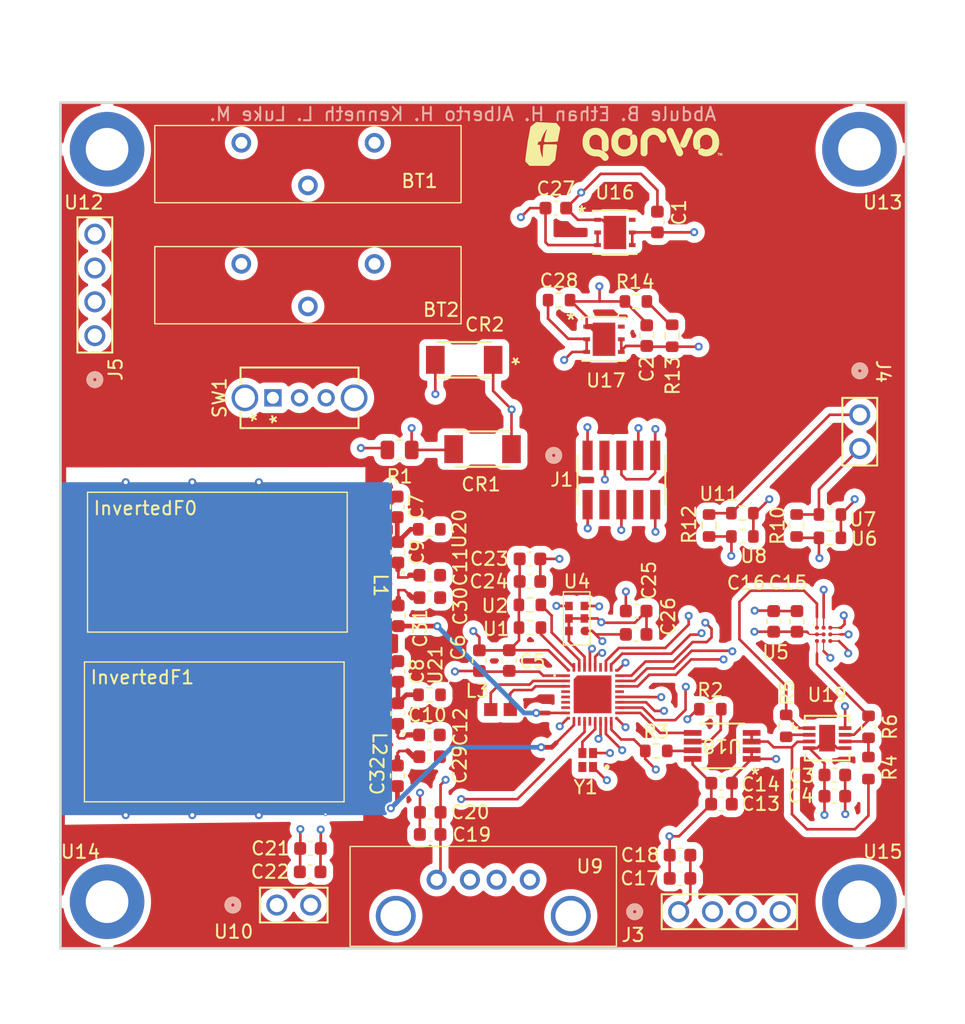
<source format=kicad_pcb>
(kicad_pcb (version 20241229) (generator "pcbnew") (generator_version "9.0")
  (layers (0 "F.Cu" signal) (4 "In1.Cu" power) (6 "In2.Cu" signal) (8 "In3.Cu" signal) (10 "In4.Cu" power) (2 "B.Cu" signal) (13 "F.Paste" user) (15 "B.Paste" user) (5 "F.SilkS" user "F.Silkscreen") (7 "B.SilkS" user "B.Silkscreen") (1 "F.Mask" user) (3 "B.Mask" user) (25 "Edge.Cuts" user))
  (net 0 "")
  (net 1 "Net-(BT1-Pad1_2)")
  (net 2 "GND")
  (net 3 "Net-(BT2-Pad1_2)")
  (net 4 "/V_Source2")
  (net 5 "/JTAG_TMS")
  (net 6 "/JTAG_TCK")
  (net 7 "/JTAG_TDO")
  (net 8 "/JTAG_TDI")
  (net 9 "/JTAG_nRESET")
  (net 10 "/V_Source1")
  (net 11 "Net-(J4-Pad2)")
  (net 12 "Net-(J4-Pad1)")
  (net 13 "/DB_GPIO")
  (net 14 "/QPG_RX")
  (net 15 "Net-(U3-LXL_GPIO20)")
  (net 16 "Net-(U3-LXH_GPIO19)")
  (net 17 "Net-(U5-VO+)")
  (net 18 "Net-(U5-VO-)")
  (net 19 "/X32MN")
  (net 20 "/X32MP")
  (net 21 "/CLOCK")
  (net 22 "/Data +")
  (net 23 "Net-(U3-VDDANA)")
  (net 24 "/SHUTDOWN")
  (net 25 "Net-(U3-VDDCORE)")
  (net 26 "/RF0")
  (net 29 "/GNDRF0")
  (net 30 "/DATA")
  (net 32 "/RF1")
  (net 34 "/GNDRF1")
  (net 36 "/Data -")
  (net 38 "+5V")
  (net 39 "+3.3V")
  (net 40 "/QPG_TX")
  (net 41 "Net-(U17-ADJ)")
  (net 42 "unconnected-(SW1-Pad1)")
  (net 47 "+6V")
  (net 48 "/SCLK")
  (net 49 "/MOSI")
  (net 50 "Net-(U19--INB)")
  (net 51 "/DAC_OUT")
  (net 52 "Net-(U19--INA)")
  (net 53 "/OUTA")
  (net 54 "/OUTB")
  (net 55 "/SYNC")
  (net 57 "Net-(InvertedF0-RF)")
  (net 58 "Net-(C7-Pad2)")
  (net 59 "Net-(C10-Pad1)")
  (net 60 "Net-(InvertedF1-RF)")
  (net 61 "Net-(C11-Pad1)")
  (net 62 "Net-(C10-Pad2)")
  (net 63 "Net-(C29-Pad1)")
  (net 64 "Net-(C30-Pad1)")
  (net 65 "Net-(U9-5V)")
  (footprint "Capacitor_SMD:C_0603_1608Metric" (layer "F.Cu") (at 140.433 97.375 -90)
    (property "Reference" "C10")
    (property "Value" "600S180FT250XT")
  )
  (footprint "MountingHole:MountingHole_3.2mm_M3_DIN965_Pad_TopBottom" (layer "F.Cu") (at 175.1 55)
    (property "Reference" "U13")
    (property "Value" "~")
  )
  (footprint "Resistor_SMD:R_0603_1608Metric" (layer "F.Cu") (at 163.899 97.043)
    (property "Reference" "R2")
    (property "Value" "RC0603JR-070RL")
  )
  (footprint "Resistor_SMD:R_0603_1608Metric" (layer "F.Cu") (at 142.796 83.537)
    (property "Reference" "U20")
    (property "Value" "~")
  )
  (footprint "Resistor_SMD:R_0603_1608Metric" (layer "F.Cu") (at 163.8083 83.2517 90)
    (property "Reference" "R12")
    (property "Value" "RC0603JR-070RL")
  )
  (footprint "8Q_32_000MEEV_T:XTAL_8Q-32.000MEEV-T" (layer "F.Cu") (at 155.0933 101.3867 180)
    (property "Reference" "Y1")
    (property "Value" "8Q-32.000MEEV-T")
  )
  (footprint "Capacitor_SMD:C_0603_1608Metric" (layer "F.Cu") (at 150.3583 85.7567)
    (property "Reference" "C23")
    (property "Value" "CL10B104JB8NNNC")
  )
  (footprint "AU-Y1005:LED Header" (layer "F.Cu") (at 146.85 109.85)
    (property "Reference" "U9")
    (property "Value" "~")
  )
  (footprint "Resistor_SMD:R_0603_1608Metric" (layer "F.Cu") (at 152.542 66.328 180)
    (property "Reference" "C28")
    (property "Value" "CL10A475KP8NNNC")
  )
  (footprint "Resistor_SMD:R_0603_1608Metric" (layer "F.Cu") (at 166.3083 84.0767)
    (property "Reference" "U8")
    (property "Value" "~")
  )
  (footprint "Capacitor_SMD:C_0603_1608Metric" (layer "F.Cu") (at 140.467 90.03 -90)
    (property "Reference" "C31")
    (property "Value" "600S2R2AT250XT4K")
  )
  (footprint "Capacitor_SMD:C_0603_1608Metric" (layer "F.Cu") (at 140.405 102.043 -90)
    (property "Reference" "C32")
    (property "Value" "600S2R2AT250XT4K")
  )
  (footprint "Capacitor_SMD:C_0603_1608Metric" (layer "F.Cu") (at 168.6583 90.4517 -90)
    (property "Reference" "C16")
    (property "Value" "CL10A106KP8NNNC")
  )
  (footprint "Capacitor_SMD:C_0603_1608Metric" (layer "F.Cu") (at 173.253 103.579)
    (property "Reference" "C4")
    (property "Value" "CL10A106KP8NNNC")
  )
  (footprint "DAC6551AQDGKRQ1:DGK8_TEX" (layer "F.Cu") (at 164.789 99.801 180)
    (property "Reference" "U18")
    (property "Value" "DAC6551AQDGKRQ1")
  )
  (footprint "Resistor_SMD:R_0603_1608Metric" (layer "F.Cu") (at 172.8833 84.1767)
    (property "Reference" "U6")
    (property "Value" "~")
  )
  (footprint "MountingHole:MountingHole_3.2mm_M3_DIN965_Pad_TopBottom" (layer "F.Cu") (at 118.6 55)
    (property "Reference" "U12")
    (property "Value" "~")
  )
  (footprint "MountingHole:MountingHole_3.2mm_M3_DIN965_Pad_TopBottom" (layer "F.Cu") (at 118.6 111.5)
    (property "Reference" "U14")
    (property "Value" "~")
  )
  (footprint "Resistor_SMD:R_0603_1608Metric" (layer "F.Cu") (at 150.3533 89.2117 180)
    (property "Reference" "U2")
    (property "Value" "~")
  )
  (footprint "Resistor_SMD:R_0603_1608Metric" (layer "F.Cu") (at 170.3833 83.2517 90)
    (property "Reference" "R10")
    (property "Value" "RC0603JR-070RL")
  )
  (footprint "Speaker Header:CONN_SD-4030-0001_02_MOL" (layer "F.Cu") (at 175.1233 74.9386 -90)
    (property "Reference" "J4")
    (property "Value" "22032021")
  )
  (footprint "Capacitor_SMD:C_0603_1608Metric" (layer "F.Cu") (at 164.737 104.177)
    (property "Reference" "C13")
    (property "Value" "CL10B104JB8NNNC")
  )
  (footprint "22032041:CONN_SD-4030-0001_04_MOL" (layer "F.Cu") (at 161.5219 112.25)
    (property "Reference" "J3")
    (property "Value" "22032041")
  )
  (footprint "Resistor_SMD:R_0603_1608Metric" (layer "F.Cu") (at 161.037 69.003 90)
    (property "Reference" "R13")
    (property "Value" "RC0603JR-076K8L")
  )
  (footprint "Team_Names:Untitled" (layer "F.Cu") (at 160.118 44.043)
    (property "Reference" "TeamNames2" (hide yes))
    (property "Value" "~" (hide yes))
  )
  (footprint "Resistor_SMD:R_0603_1608Metric" (layer "F.Cu") (at 159.841 100.177)
    (property "Reference" "R3")
    (property "Value" "RC0603JR-070RL")
  )
  (footprint "Inductor 2.9 nH:Untitled" (layer "F.Cu") (at 140.475 87.153 -90)
    (property "Reference" "L1")
    (property "Value" "MHQ0402PSA2N9ST000")
  )
  (footprint "Capacitor_SMD:C_0603_1608Metric" (layer "F.Cu") (at 161.625 108)
    (property "Reference" "C18")
    (property "Value" "CL10B105KP8NNNC")
  )
  (footprint "Capacitor_SMD:C_0603_1608Metric" (layer "F.Cu") (at 142.8633 106.4467)
    (property "Reference" "C19")
    (property "Value" "CL10B105KP8NNNC")
  )
  (footprint "Resistor_SMD:R_0603_1608Metric" (layer "F.Cu") (at 169.598 98.297 -90)
    (property "Reference" "R5")
    (property "Value" "RC0603FR-0710KL")
  )
  (footprint "Capacitor_SMD:C_0603_1608Metric" (layer "F.Cu") (at 152.302 59.418 180)
    (property "Reference" "C27")
    (property "Value" "CL10A475KP8NNNC")
  )
  (footprint "Capacitor_SMD:C_0603_1608Metric" (layer "F.Cu") (at 146.5583 93.4017 -90)
    (property "Reference" "C6")
    (property "Value" "CL10B105KP8NNNC")
  )
  (footprint "Resistor_SMD:R_0603_1608Metric" (layer "F.Cu") (at 175.774 101.463 90)
    (property "Reference" "R4")
    (property "Value" "RC0603FR-0710KL")
  )
  (footprint "Antenna:InvertedF" (layer "F.Cu") (at 126.6333 86.2542 180)
    (property "Reference" "InvertedF0")
    (property "Value" "~")
  )
  (footprint "Capacitor_SMD:C_0603_1608Metric" (layer "F.Cu") (at 133.875 107.5)
    (property "Reference" "C21")
    (property "Value" "CL10B104JB8NNNC")
  )
  (footprint "Inductor 3.3 uH:INDC1608X95N" (layer "F.Cu") (at 148.147 97.072)
    (property "Reference" "L3")
    (property "Value" "~")
  )
  (footprint "Capacitor_SMD:C_0603_1608Metric" (layer "F.Cu") (at 142.8683 104.7867)
    (property "Reference" "C20")
    (property "Value" "CL10B104JB8NNNC")
  )
  (footprint "Capacitor_SMD:C_0603_1608Metric" (layer "F.Cu") (at 140.445 94.209 -90)
    (property "Reference" "C8")
    (property "Value" "600S180FT250XT")
  )
  (footprint "LDO40LPU33RY:DFN6_3X3_STM" (layer "F.Cu") (at 155.917 69.267999)
    (property "Reference" "U17")
    (property "Value" "LDO40LPU33RY")
  )
  (footprint "Capacitor_SMD:C_0603_1608Metric" (layer "F.Cu") (at 164.75 102.598)
    (property "Reference" "C14")
    (property "Value" "CL10B105KP8NNNC")
  )
  (footprint "Diode CMS11:M-FLAT_TOS-M" (layer "F.Cu") (at 147.5924 70.812 180)
    (property "Reference" "CR2")
    (property "Value" "CMS11TE12L_Q_M")
  )
  (footprint "TPA2034D1:YZF9" (layer "F.Cu") (at 172.4083 91.4267)
    (property "Reference" "U5")
    (property "Value" "~")
  )
  (footprint "Capacitor_SMD:C_0603_1608Metric" (layer "F.Cu") (at 142.832 86.985)
    (property "Reference" "C11")
    (property "Value" "600S1R8BT250XT")
  )
  (footprint "Capacitor_SMD:C_0603_1608Metric" (layer "F.Cu") (at 159.127 68.993 90)
    (property "Reference" "C2")
    (property "Value" "CL10A106KP8NNNC")
  )
  (footprint "Resistor_SMD:R_0603_1608Metric" (layer "F.Cu") (at 166.3083 82.3267)
    (property "Reference" "U11")
    (property "Value" "~")
  )
  (footprint "22032041:CONN_SD-4030-0001_04_MOL" (layer "F.Cu") (at 117.6833 68.9967 90)
    (property "Reference" "J5")
    (property "Value" "22032041")
  )
  (footprint "Resistor_SMD:R_0603_1608Metric" (layer "F.Cu") (at 175.784 98.369 -90)
    (property "Reference" "R6")
    (property "Value" "RC0603FR-0710KL")
  )
  (footprint "1775485-1:BAT_1775485-1" (layer "F.Cu") (at 133.6833 56.1167 180)
    (property "Reference" "BT1")
    (property "Value" "1775485-1")
  )
  (footprint "Antenna:InvertedF" (layer "F.Cu") (at 126.4 99 180)
    (property "Reference" "InvertedF1")
    (property "Value" "~")
  )
  (footprint "Capacitor_SMD:C_0603_1608Metric" (layer "F.Cu") (at 170.4083 90.4517 -90)
    (property "Reference" "C15")
    (property "Value" "CL10B104JB8NNNC")
  )
  (footprint "Resistor_SMD:R_0603_1608Metric" (layer "F.Cu") (at 150.3583 90.9167 180)
    (property "Reference" "U1")
    (property "Value" "~")
  )
  (footprint "Speaker Header:CONN_SD-4030-0001_02_MOL" (layer "F.Cu") (at 131.35 111.75)
    (property "Reference" "U10")
    (property "Value" "22032021")
  )
  (footprint "Capacitor_SMD:C_0603_1608Metric" (layer "F.Cu") (at 142.836 88.669)
    (property "Reference" "C30")
    (property "Value" "600S1R5BT250XT4K")
  )
  (footprint "Resistor_SMD:R_0603_1608Metric" (layer "F.Cu") (at 172.8833 82.4267)
    (property "Reference" "U7")
    (property "Value" "~")
  )
  (footprint "Diode CMS11:M-FLAT_TOS-M" (layer "F.Cu") (at 144.6253 77.515)
    (property "Reference" "CR1")
    (property "Value" "CMS11TE12L_Q_M")
  )
  (footprint "Capacitor_SMD:C_0603_1608Metric" (layer "F.Cu") (at 150.3583 87.4567)
    (property "Reference" "C24")
    (property "Value" "CL10B105KP8NNNC")
  )
  (footprint "Resistor_SMD:R_0805_2012Metric" (layer "F.Cu") (at 140.5658 77.5767)
    (property "Reference" "R1")
    (property "Value" "CRCW08051R00FKEAHP")
  )
  (footprint "Capacitor_SMD:C_0603_1608Metric" (layer "F.Cu") (at 140.443 85.263 -90)
    (property "Reference" "C9")
    (property "Value" "600S180FT250XT")
  )
  (footprint "OPA1612AIDRGT:DRG8_1P2X2P0_TEX" (layer "F.Cu") (at 172.675 99.217001)
    (property "Reference" "U19")
    (property "Value" "OPA1612AIDRGT")
  )
  (footprint "Resistor_SMD:R_0603_1608Metric" (layer "F.Cu") (at 158.312 66.428 180)
    (property "Reference" "R14")
    (property "Value" "RC0603FR-0710KL")
  )
  (footprint "Capacitor_SMD:C_0603_1608Metric" (layer "F.Cu") (at 133.85 109.26)
    (property "Reference" "C22")
    (property "Value" "CL10B105KP8NNNC")
  )
  (footprint "Capacitor_SMD:C_0603_1608Metric" (layer "F.Cu") (at 158.3333 89.6767 180)
    (property "Reference" "C25")
    (property "Value" "CL10B104JB8NNNC")
  )
  (footprint "Capacitor_SMD:C_0603_1608Metric" (layer "F.Cu") (at 173.252 101.984)
    (property "Reference" "C3")
    (property "Value" "CL10B104JB8NNNC")
  )
  (footprint "Resistor_SMD:R_0603_1608Metric" (layer "F.Cu") (at 142.815 95.961)
    (property "Reference" "U21")
    (property "Value" "~")
  )
  (footprint "Capacitor_SMD:C_0603_1608Metric" (layer "F.Cu") (at 161.625 109.75)
    (property "Reference" "C17")
    (property "Value" "CL10B104JB8NNNC")
  )
  (footprint "Capacitor_SMD:C_0603_1608Metric" (layer "F.Cu") (at 142.806 98.978)
    (property "Reference" "C12")
    (property "Value" "600S1R8BT250XT")
  )
  (footprint "MountingHole:MountingHole_3.2mm_M3_DIN965_Pad_TopBottom" (layer "F.Cu") (at 175.1 111.5)
    (property "Reference" "U15")
    (property "Value" "~")
  )
  (footprint "LDO40LPU33RY:DFN6_3X3_STM" (layer "F.Cu") (at 156.737 61.248)
    (property "Reference" "U16")
    (property "Value" "LDO40LPU55RY")
  )
  (footprint "Power Switch:SPDT_OS102011_CNK" (layer "F.Cu") (at 131.0533 73.662499 90)
    (property "Reference" "SW1")
    (property "Value" "OS102011MS2QN1")
  )
  (footprint "Capacitor_SMD:C_0603_1608Metric" (layer "F.Cu") (at 140.393 81.852 -90)
    (property "Reference" "C7")
    (property "Value" "600S180FT250XT")
  )
  (footprint "QPG6200L:QPG6200LSR" (layer "F.Cu") (at 153.0333 94.5267)
    (property "Reference" "U3" (hide yes))
    (property "Value" "~" (hide yes))
  )
  (footprint "Inductor 2.9 nH:Untitled" (layer "F.Cu") (at 140.539 99.232 -90)
    (property "Reference" "L2")
    (property "Value" "MHQ0402PSA2N9ST000")
  )
  (footprint "Capacitor_SMD:C_0603_1608Metric" (layer "F.Cu") (at 148.802 93.391 -90)
    (property "Reference" "C5")
    (property "Value" "CL10B104JB8NNNC")
  )
  (footprint "Capacitor_SMD:C_0603_1608Metric" (layer "F.Cu") (at 142.82 100.611)
    (property "Reference" "C29")
    (property "Value" "600S1R5BT250XT4K")
  )
  (footprint "Capacitor_SMD:C_0603_1608Metric" (layer "F.Cu") (at 158.3333 91.4267 180)
    (property "Reference" "C26")
    (property "Value" "CL10B105KP8NNNC")
  )
  (footprint "1775485-1:BAT_1775485-1" (layer "F.Cu") (at 133.6833 65.2067 180)
    (property "Reference" "BT2")
    (property "Value" "1775485-1")
  )
  (footprint "GRPB052VWQS-RC:CONN_GRPB052_SUL" (layer "F.Cu") (at 154.6833 77.9867)
    (property "Reference" "J1")
    (property "Value" "GRPB052VWQS-RC")
  )
  (footprint "SPG08P4HM4H-1:SPG08P4HM4H-1" (layer "F.Cu") (at 154.4516 91.1694)
    (property "Reference" "U4")
    (property "Value" "~")
  )
  (footprint "Capacitor_SMD:C_0603_1608Metric" (layer "F.Cu") (at 159.927 60.463 -90)
    (property "Reference" "C1")
    (property "Value" "CL10A106KP8NNNC")
  )
  (gr_poly (pts (xy 158.002116 53.757995) (xy 158.002116 53.710598) (xy 157.971915 53.629293) (xy 157.909355 53.562745) (xy 157.679917 53.468612) (xy 157.503387 53.438564) (xy 157.397697 53.438564) (xy 157.257159 53.457462) (xy 157.082534 53.511615) (xy 156.924622 53.597314) (xy 156.786954 53.710878) (xy 156.673391 53.848546) (xy 156.587691 54.006457) (xy 156.533538 54.181057) (xy 156.514793 54.321618) (xy 156.516779 54.601618) (xy 156.533538 54.741782) (xy 156.587691 54.916242) (xy 156.673391 55.074164) (xy 156.786954 55.211832) (xy 156.924622 55.32538) (xy 157.082534 55.411095) (xy 157.257159 55.465253) (xy 157.397697 55.48413) (xy 157.491245 55.48413) (xy 157.631834 55.465116) (xy 157.806434 55.410958) (xy 157.96432 55.325243) (xy 158.102014 55.211832) (xy 158.215577 55.074164) (xy 158.301277 54.916242) (xy 158.35543 54.741782) (xy 158.374429 54.601221) (xy 158.374429 54.331953) (xy 158.362059 54.222129) (xy 158.336024 54.104857) (xy 158.298229 54.020783) (xy 158.253042 53.975038) (xy 158.195283 53.944989) (xy 158.145549 53.934245) (xy 158.108618 53.934245) (xy 158.047455 53.950654) (xy 157.980881 53.995586) (xy 157.936101 54.062134) (xy 157.919693 54.12317) (xy 157.919693 54.167761) (xy 157.932926 54.21743) (xy 157.955938 54.327544) (xy 157.955938 54.580137) (xy 157.945448 54.657444) (xy 157.915705 54.753357) (xy 157.868588 54.840311) (xy 157.806155 54.915968) (xy 157.730513 54.978391) (xy 157.643544 55.025518) (xy 157.547633 55.055287) (xy 157.418805 55.072741) (xy 157.341462 55.055287) (xy 157.24545 55.025518) (xy 157.158607 54.978391) (xy 157.082966 54.915968) (xy 157.02038 54.840311) (xy 156.973263 54.753357) (xy 156.943494 54.657444) (xy 156.933157 54.580137) (xy 156.933157 54.342703) (xy 156.943494 54.265385) (xy 156.973263 54.169348) (xy 157.02038 54.08253) (xy 157.082966 54.006864) (xy 157.158607 53.944456) (xy 157.24545 53.897314) (xy 157.341462 53.867418) (xy 157.418805 53.85708) (xy 157.466734 53.85708) (xy 157.573135 53.873336) (xy 157.671662 53.909582) (xy 157.689823 53.91964) (xy 157.767166 53.94692) (xy 157.813317 53.94692) (xy 157.874379 53.930384) (xy 157.940775 53.885604) (xy 157.98558 53.819056)) (stroke (width 0.1)) (fill yes) (layer "F.SilkS"))
  (gr_line (start 159.691038 53.856953) (end 159.826648 53.889744) (stroke (width 0.02)) (layer "F.SilkS"))
  (gr_line (start 162.330936 53.438564) (end 162.251155 53.453855) (stroke (width 0.02)) (layer "F.SilkS"))
  (gr_line (start 160.549405 54.132975) (end 160.452835 53.905721) (stroke (width 0.02)) (layer "F.SilkS"))
  (gr_line (start 161.969342 54.826943) (end 162.038099 54.782846) (stroke (width 0.02)) (layer "F.SilkS"))
  (gr_line (start 164.756006 55.323096) (end 164.754506 55.355401) (stroke (width 0.01)) (layer "F.SilkS"))
  (gr_line (start 155.279926 55.065759) (end 155.280341 55.065759) (stroke (width 0.02)) (layer "F.SilkS"))
  (gr_line (start 159.118166 55.356109) (end 159.134702 55.295065) (stroke (width 0.02)) (layer "F.SilkS"))
  (gr_line (start 164.628544 55.304024) (end 164.641218 55.290377) (stroke (width 0.02)) (layer "F.SilkS"))
  (gr_line (start 164.583611 55.31904) (end 164.548762 55.31904) (stroke (width 0.02)) (layer "F.SilkS"))
  (gr_line (start 158.925533 55.48413) (end 158.945802 55.48413) (stroke (width 0.02)) (layer "F.SilkS"))
  (gr_line (start 160.819509 53.448089) (end 160.800916 53.456344) (stroke (width 0.02)) (layer "F.SilkS"))
  (gr_line (start 163.045463 55.103519) (end 163.029055 55.164563) (stroke (width 0.02)) (layer "F.SilkS"))
  (gr_line (start 157.919693 54.153219) (end 157.919693 54.143567) (stroke (width 0.02)) (layer "F.SilkS"))
  (gr_line (start 164.098141 54.579862) (end 164.087676 54.65717) (stroke (width 0.02)) (layer "F.SilkS"))
  (gr_line (start 156.933157 54.368608) (end 156.933157 54.554371) (stroke (width 0.02)) (layer "F.SilkS"))
  (gr_line (start 164.515412 55.31904) (end 164.515133 55.31904) (stroke (width 0.02)) (layer "F.SilkS"))
  (gr_line (start 159.645953 53.856953) (end 159.691038 53.856953) (stroke (width 0.02)) (layer "F.SilkS"))
  (gr_line (start 154.375659 54.181057) (end 154.356779 54.321618) (stroke (width 0.02)) (layer "F.SilkS"))
  (gr_line (start 163.085672 54.265106) (end 163.11544 54.169195) (stroke (width 0.02)) (layer "F.SilkS"))
  (gr_line (start 156.156084 55.763185) (end 156.200443 55.69635) (stroke (width 0.02)) (layer "F.SilkS"))
  (gr_line (start 160.695227 53.737878) (end 161.409983 55.354181) (stroke (width 0.02)) (layer "F.SilkS"))
  (gr_line (start 164.639136 55.468834) (end 164.628544 55.457534) (stroke (width 0.02)) (layer "F.SilkS"))
  (gr_line (start 164.628544 55.308708) (end 164.628544 55.304024) (stroke (width 0.02)) (layer "F.SilkS"))
  (gr_line (start 157.945448 54.657444) (end 157.955938 54.580137) (stroke (width 0.02)) (layer "F.SilkS"))
  (gr_line (start 156.087182 55.809487) (end 156.105924 55.80163) (stroke (width 0.02)) (layer "F.SilkS"))
  (gr_line (start 152.207277 55.738655) (end 152.286081 55.105784) (stroke (width 0.015)) (layer "F.SilkS"))
  (gr_line (start 163.029055 55.184962) (end 163.029055 55.211969) (stroke (width 0.02)) (layer "F.SilkS"))
  (gr_line (start 158.732747 55.356109) (end 158.777527 55.42267) (stroke (width 0.02)) (layer "F.SilkS"))
  (gr_line (start 164.476245 55.291619) (end 164.480284 55.291619) (stroke (width 0.02)) (layer "F.SilkS"))
  (gr_line (start 157.082534 55.411095) (end 156.924622 55.32538) (stroke (width 0.02)) (layer "F.SilkS"))
  (gr_line (start 154.775289 54.58) (end 154.775289 54.554508) (stroke (width 0.02)) (layer "F.SilkS"))
  (gr_line (start 158.215577 55.074164) (end 158.102014 55.211832) (stroke (width 0.02)) (layer "F.SilkS"))
  (gr_line (start 164.690291 55.430249) (end 164.657906 55.357351) (stroke (width 0.02)) (layer "F.SilkS"))
  (gr_line (start 156.208317 55.554961) (end 156.200595 55.536221) (stroke (width 0.02)) (layer "F.SilkS"))
  (gr_line (start 163.948205 54.00661) (end 164.010765 54.082251) (stroke (width 0.02)) (layer "F.SilkS"))
  (gr_line (start 152.298862 53.07815) (end 150.870251 53.009479) (stroke (width 0.015)) (layer "F.SilkS"))
  (gr_line (start 161.437567 54.375497) (end 161.306376 54.078797) (stroke (width 0.02)) (layer "F.SilkS"))
  (gr_line (start 164.774594 55.468834) (end 164.771165 55.468834) (stroke (width 0.02)) (layer "F.SilkS"))
  (gr_line (start 155.387 55.065759) (end 155.279926 55.065759) (stroke (width 0.02)) (layer "F.SilkS"))
  (gr_curve (pts (xy 150.874326 54.711902) (xy 150.862207 54.712494) (xy 150.853676 54.703091) (xy 150.856009 54.69167)) (stroke (width 0.015)) (layer "F.SilkS"))
  (gr_line (start 155.279926 55.484268) (end 155.279926 55.484684) (stroke (width 0.02)) (layer "F.SilkS"))
  (gr_poly (pts (xy 156.027515 55.125012) (xy 156.088698 55.108477) (xy 156.155119 55.063555) (xy 156.199909 54.996994) (xy 156.216445 54.93581) (xy 156.216445 54.321618) (xy 156.197425 54.181057) (xy 156.143267 54.00661) (xy 156.057555 53.848546) (xy 155.944004 53.710878) (xy 155.806476 53.597314) (xy 155.648552 53.511615) (xy 155.473955 53.457462) (xy 155.333396 53.438564) (xy 155.239828 53.438564) (xy 155.099266 53.457462) (xy 154.924669 53.511615) (xy 154.766745 53.597314) (xy 154.629082 53.710878) (xy 154.515529 53.848546) (xy 154.429814 54.00661) (xy 154.375659 54.181057) (xy 154.356779 54.321618) (xy 154.356779 54.601084) (xy 154.375384 54.740954) (xy 154.429126 54.914863) (xy 154.514152 55.072373) (xy 154.626877 55.209627) (xy 154.76344 55.323176) (xy 154.92026 55.409302) (xy 155.093615 55.464148) (xy 155.233351 55.483853) (xy 155.419385 55.48413) (xy 155.516949 55.499426) (xy 155.638079 55.546279) (xy 155.744048 55.622624) (xy 155.811162 55.697727) (xy 155.833485 55.733585) (xy 155.877858 55.780823) (xy 155.941663 55.814996) (xy 156.013595 55.825334) (xy 156.070093 55.816515) (xy 156.105924 55.80163) (xy 156.156084 55.763185) (xy 156.200443 55.69635) (xy 156.216445 55.617663) (xy 156.208317 55.554961) (xy 156.183509 55.503561) (xy 156.150161 55.450369) (xy 156.029031 55.315873) (xy 155.838307 55.178759) (xy 155.620576 55.093869) (xy 155.445293 55.065343) (xy 155.254849 55.066702) (xy 155.178367 55.054182) (xy 155.083419 55.023727) (xy 154.997705 54.976186) (xy 154.923016 54.913763) (xy 154.861279 54.838381) (xy 154.81484 54.751978) (xy 154.785488 54.656756) (xy 154.775289 54.567254) (xy 154.775289 54.342703) (xy 154.785627 54.265385) (xy 154.815391 54.169475) (xy 154.862521 54.08253) (xy 154.925083 54.006864) (xy 155.000735 53.944304) (xy 155.087555 53.897187) (xy 155.183602 53.867418) (xy 155.26091 53.85708) (xy 155.312451 53.85708) (xy 155.389759 53.867418) (xy 155.485669 53.897187) (xy 155.572623 53.944304) (xy 155.648277 54.006864) (xy 155.7107 54.08253) (xy 155.757833 54.169475) (xy 155.787596 54.265385) (xy 155.798071 54.342703) (xy 155.798071 54.936087) (xy 155.814467 54.997268) (xy 155.859255 55.063692) (xy 155.925815 55.108477) (xy 155.986862 55.125012)) (stroke (width 0.1)) (fill yes) (layer "F.SilkS"))
  (gr_line (start 162.526872 53.718726) (end 162.537108 53.654642) (stroke (width 0.02)) (layer "F.SilkS"))
  (gr_line (start 157.02038 54.08253) (end 156.973263 54.169348) (stroke (width 0.02)) (layer "F.SilkS"))
  (gr_line (start 163.689658 55.05515) (end 163.612366 55.06562) (stroke (width 0.02)) (layer "F.SilkS"))
  (gr_line (start 160.35728 54.461211) (end 160.377574 54.461211) (stroke (width 0.02)) (layer "F.SilkS"))
  (gr_line (start 156.150161 55.450369) (end 156.029031 55.315873) (stroke (width 0.02)) (layer "F.SilkS"))
  (gr_line (start 164.057907 54.169195) (end 164.087676 54.265106) (stroke (width 0.02)) (layer "F.SilkS"))
  (gr_line (start 150.856009 54.69167) (end 150.955115 54.397834) (stroke (width 0.015)) (layer "F.SilkS"))
  (gr_line (start 156.514641 54.601221) (end 156.514641 54.554371) (stroke (width 0.02)) (layer "F.SilkS"))
  (gr_line (start 159.284104 53.511462) (end 159.126167 53.597187) (stroke (width 0.02)) (layer "F.SilkS"))
  (gr_line (start 157.44456 55.065759) (end 157.470341 55.065759) (stroke (width 0.02)) (layer "F.SilkS"))
  (gr_line (start 163.075334 54.368334) (end 163.075334 54.342426) (stroke (width 0.02)) (layer "F.SilkS"))
  (gr_line (start 164.443479 54.916105) (end 164.497632 54.741505) (stroke (width 0.02)) (layer "F.SilkS"))
  (gr_line (start 158.253042 53.975038) (end 158.298229 54.020783) (stroke (width 0.02)) (layer "F.SilkS"))
  (gr_line (start 156.105924 55.80163) (end 156.156084 55.763185) (stroke (width 0.02)) (layer "F.SilkS"))
  (gr_line (start 164.649756 55.307944) (end 164.701256 55.427249) (stroke (width 0.01)) (layer "F.SilkS"))
  (gr_line (start 154.356779 54.368608) (end 154.356779 54.554508) (stroke (width 0.02)) (layer "F.SilkS"))
  (gr_line (start 158.35543 54.741782) (end 158.301277 54.916242) (stroke (width 0.02)) (layer "F.SilkS"))
  (gr_line (start 164.642742 55.468834) (end 164.639136 55.468834) (stroke (width 0.02)) (layer "F.SilkS"))
  (gr_line (start 163.111453 54.769478) (end 163.106779 54.740266) (stroke (width 0.02)) (layer "F.SilkS"))
  (gr_line (start 164.098141 54.368334) (end 164.098141 54.554092) (stroke (width 0.02)) (layer "F.SilkS"))
  (gr_line (start 162.65697 54.554092) (end 162.65697 54.590612) (stroke (width 0.02)) (layer "F.SilkS"))
  (gr_line (start 157.689823 53.91964) (end 157.671662 53.909582) (stroke (width 0.02)) (layer "F.SilkS"))
  (gr_line (start 161.838582 54.234245) (end 161.76952 54.390244) (stroke (width 0.02)) (layer "F.SilkS"))
  (gr_line (start 157.697417 53.923907) (end 157.689823 53.91964) (stroke (width 0.02)) (layer "F.SilkS"))
  (gr_poly (pts (xy 163.090218 55.036956) (xy 163.156792 54.99217) (xy 163.21798 54.975775) (xy 163.262202 54.975775) (xy 163.337602 55.000852) (xy 163.359636 55.013477) (xy 163.458036 55.049221) (xy 163.554479 55.06562) (xy 163.612366 55.06562) (xy 163.689658 55.05515) (xy 163.785721 55.025381) (xy 163.872538 54.978254) (xy 163.994144 54.877933) (xy 164.010765 54.840035) (xy 164.057907 54.75322) (xy 164.087676 54.65717) (xy 164.098141 54.579862) (xy 164.098141 54.342426) (xy 164.087676 54.265106) (xy 164.057907 54.169195) (xy 164.010765 54.082251) (xy 163.948205 54.00661) (xy 163.872538 53.944177) (xy 163.785721 53.897034) (xy 163.689658 53.867291) (xy 163.612366 53.856953) (xy 163.560829 53.856953) (xy 163.483537 53.867291) (xy 163.387627 53.897034) (xy 163.300657 53.944177) (xy 163.225016 54.00661) (xy 163.162583 54.082251) (xy 163.11544 54.169195) (xy 163.085672 54.265106) (xy 163.075334 54.342426) (xy 163.075334 54.591618) (xy 163.098245 54.705265) (xy 163.111453 54.769478) (xy 163.111453 54.799522) (xy 163.094917 54.860568) (xy 163.050162 54.927129) (xy 162.983716 54.971914) (xy 162.912393 54.988449) (xy 162.835837 54.977565) (xy 162.77823 54.947522) (xy 162.732891 54.901772) (xy 162.70838 54.859054) (xy 162.669112 54.700441) (xy 162.65697 54.590612) (xy 162.65697 54.321344) (xy 162.675843 54.180778) (xy 162.729995 54.00633) (xy 162.81572 53.848393) (xy 162.929284 53.710878) (xy 163.066799 53.597314) (xy 163.224737 53.511615) (xy 163.399336 53.457462) (xy 163.539874 53.438564) (xy 163.633473 53.438564) (xy 163.774012 53.457309) (xy 163.948611 53.511462) (xy 164.106548 53.597187) (xy 164.244191 53.710725) (xy 164.357754 53.848393) (xy 164.443479 54.00633) (xy 164.516657 54.321481) (xy 164.516657 54.600947) (xy 164.470556 54.828805) (xy 164.443479 54.916105) (xy 164.357754 55.074027) (xy 164.244191 55.211695) (xy 164.106548 55.325243) (xy 163.948611 55.410958) (xy 163.774012 55.465116) (xy 163.633473 55.48413) (xy 163.527784 55.48413) (xy 163.351254 55.453953) (xy 163.12179 55.359833) (xy 163.059078 55.293275) (xy 163.029055 55.211969) (xy 163.029055 55.164563) (xy 163.045463 55.103519)) (stroke (width 0.1)) (fill yes) (layer "F.SilkS"))
  (gr_line (start 159.826648 53.889744) (end 159.978896 53.980143) (stroke (width 0.02)) (layer "F.SilkS"))
  (gr_line (start 164.771756 55.452773) (end 164.770756 55.293725) (stroke (width 0.01)) (layer "F.SilkS"))
  (gr_line (start 164.645598 55.319144) (end 164.697098 55.438449) (stroke (width 0.01)) (layer "F.SilkS"))
  (gr_line (start 164.531256 55.304749) (end 164.531256 55.459249) (stroke (width 0.01)) (layer "F.SilkS"))
  (gr_curve (pts (xy 150.955115 54.397834) (xy 150.957344 54.387004) (xy 150.968417 54.378716) (xy 150.9797 54.379447)) (stroke (width 0.015)) (layer "F.SilkS"))
  (gr_line (start 155.26091 53.85708) (end 155.28668 53.85708) (stroke (width 0.02)) (layer "F.SilkS"))
  (gr_line (start 156.197425 54.181057) (end 156.143267 54.00661) (stroke (width 0.02)) (layer "F.SilkS"))
  (gr_line (start 163.333753 54.998647) (end 163.262202 54.975775) (stroke (width 0.02)) (layer "F.SilkS"))
  (gr_line (start 164.516657 55.456846) (end 164.516657 55.45285) (stroke (width 0.02)) (layer "F.SilkS"))
  (gr_line (start 157.940775 53.885604) (end 157.874379 53.930384) (stroke (width 0.02)) (layer "F.SilkS"))
  (gr_line (start 161.608408 55.48413) (end 161.671679 55.474897) (stroke (width 0.02)) (layer "F.SilkS"))
  (gr_curve (pts (xy 151.802252 56.178051) (xy 151.909715 56.076159) (xy 152.075855 55.908452) (xy 152.184538 55.808997)) (stroke (width 0.015)) (layer "F.SilkS"))
  (gr_line (start 155.279926 55.484684) (end 155.387 55.484684) (stroke (width 0.02)) (layer "F.SilkS"))
  (gr_line (start 163.633473 55.48413) (end 163.774012 55.465116) (stroke (width 0.02)) (layer "F.SilkS"))
  (gr_line (start 161.683388 54.62589) (end 161.697028 54.706644) (stroke (width 0.02)) (layer "F.SilkS"))
  (gr_line (start 150.870251 53.009479) (end 150.823658 53.025637) (stroke (width 0.015)) (layer "F.SilkS"))
  (gr_line (start 163.539874 53.438564) (end 163.399336 53.457462) (stroke (width 0.02)) (layer "F.SilkS"))
  (gr_line (start 163.586737 53.856953) (end 163.612366 53.856953) (stroke (width 0.02)) (layer "F.SilkS"))
  (gr_line (start 163.17127 55.387115) (end 163.351254 55.453953) (stroke (width 0.02)) (layer "F.SilkS"))
  (gr_line (start 163.029055 55.164563) (end 163.029055 55.184962) (stroke (width 0.02)) (layer "F.SilkS"))
  (gr_line (start 164.750515 55.306229) (end 164.751607 55.303468) (stroke (width 0.02)) (layer "F.SilkS"))
  (gr_line (start 154.356779 54.321618) (end 154.356779 54.368608) (stroke (width 0.02)) (layer "F.SilkS"))
  (gr_line (start 155.087555 53.897187) (end 155.183602 53.867418) (stroke (width 0.02)) (layer "F.SilkS"))
  (gr_line (start 151.755937 56.19682) (end 151.802252 56.178051) (stroke (width 0.015)) (layer "F.SilkS"))
  (gr_line (start 164.464688 55.301956) (end 164.476245 55.291619) (stroke (width 0.02)) (layer "F.SilkS"))
  (gr_line (start 155.419385 55.48413) (end 155.516949 55.499426) (stroke (width 0.02)) (layer "F.SilkS"))
  (gr_line (start 150.9797 54.379447) (end 151.042346 54.386029) (stroke (width 0.015)) (layer "F.SilkS"))
  (gr_line (start 161.76952 54.390244) (end 161.720599 54.500762) (stroke (width 0.02)) (layer "F.SilkS"))
  (gr_line (start 163.689658 53.867291) (end 163.785721 53.897034) (stroke (width 0.02)) (layer "F.SilkS"))
  (gr_line (start 159.145039 54.265106) (end 159.174808 54.169195) (stroke (width 0.02)) (layer "F.SilkS"))
  (gr_line (start 159.221951 54.082251) (end 159.284485 54.00661) (stroke (width 0.02)) (layer "F.SilkS"))
  (gr_line (start 156.216445 54.321618) (end 156.197425 54.181057) (stroke (width 0.02)) (layer "F.SilkS"))
  (gr_line (start 154.429814 54.00661) (end 154.375659 54.181057) (stroke (width 0.02)) (layer "F.SilkS"))
  (gr_line (start 151.457296 54.387108) (end 151.54404 54.422767) (stroke (width 0.015)) (layer "F.SilkS"))
  (gr_line (start 156.216445 55.617663) (end 156.208317 55.554961) (stroke (width 0.02)) (layer "F.SilkS"))
  (gr_line (start 162.065938 53.720377) (end 161.996901 53.876384) (stroke (width 0.02)) (layer "F.SilkS"))
  (gr_line (start 155.811162 55.697727) (end 155.828663 55.725839) (stroke (width 0.02)) (layer "F.SilkS"))
  (gr_line (start 155.648552 53.511615) (end 155.473955 53.457462) (stroke (width 0.02)) (layer "F.SilkS"))
  (gr_line (start 163.872538 53.944177) (end 163.948205 54.00661) (stroke (width 0.02)) (layer "F.SilkS"))
  (gr_line (start 160.377574 54.461211) (end 160.438738 54.444679) (stroke (width 0.02)) (layer "F.SilkS"))
  (gr_line (start 157.928938 54.205162) (end 157.924265 54.182302) (stroke (width 0.02)) (layer "F.SilkS"))
  (gr_line (start 161.409983 55.354181) (end 161.418416 55.373198) (stroke (width 0.02)) (layer "F.SilkS"))
  (gr_line (start 156.533538 54.181057) (end 156.587691 54.006457) (stroke (width 0.02)) (layer "F.SilkS"))
  (gr_line (start 155.572623 53.944304) (end 155.648277 54.006864) (stroke (width 0.02)) (layer "F.SilkS"))
  (gr_line (start 164.547238 55.320694) (end 164.547238 55.45285) (stroke (width 0.02)) (layer "F.SilkS"))
  (gr_line (start 161.813919 55.26709) (end 161.803429 55.202874) (stroke (width 0.02)) (layer "F.SilkS"))
  (gr_line (start 155.925815 55.108477) (end 155.986862 55.125012) (stroke (width 0.02)) (layer "F.SilkS"))
  (gr_line (start 164.656662 55.357351) (end 164.656662 55.453815) (stroke (width 0.02)) (layer "F.SilkS"))
  (gr_line (start 157.909355 53.562745) (end 157.971915 53.629293) (stroke (width 0.02)) (layer "F.SilkS"))
  (gr_line (start 154.775289 54.368608) (end 154.775289 54.342703) (stroke (width 0.02)) (layer "F.SilkS"))
  (gr_line (start 156.673391 53.848546) (end 156.786954 53.710878) (stroke (width 0.02)) (layer "F.SilkS"))
  (gr_line (start 155.083419 55.023727) (end 154.997705 54.976186) (stroke (width 0.02)) (layer "F.SilkS"))
  (gr_line (start 164.106548 53.597187) (end 163.948611 53.511462) (stroke (width 0.02)) (layer "F.SilkS"))
  (gr_line (start 155.093615 55.464148) (end 155.233351 55.483853) (stroke (width 0.02)) (layer "F.SilkS"))
  (gr_line (start 152.31004 54.685819) (end 151.505595 54.67189) (stroke (width 0.015)) (layer "F.SilkS"))
  (gr_line (start 163.34145 55.003057) (end 163.333753 54.998647) (stroke (width 0.02)) (layer "F.SilkS"))
  (gr_line (start 164.516657 54.321481) (end 164.497632 54.18093) (stroke (width 0.02)) (layer "F.SilkS"))
  (gr_line (start 162.70838 54.859054) (end 162.732891 54.901772) (stroke (width 0.02)) (layer "F.SilkS"))
  (gr_line (start 164.057907 54.75322) (end 164.010765 54.840035) (stroke (width 0.02)) (layer "F.SilkS"))
  (gr_line (start 164.548762 55.31904) (end 164.548331 55.31904) (stroke (width 0.02)) (layer "F.SilkS"))
  (gr_line (start 161.702159 54.542791) (end 161.693574 54.561811) (stroke (width 0.02)) (layer "F.SilkS"))
  (gr_line (start 161.458903 55.424049) (end 161.52822 55.468695) (stroke (width 0.02)) (layer "F.SilkS"))
  (gr_line (start 157.936101 54.062134) (end 157.980881 53.995586) (stroke (width 0.02)) (layer "F.SilkS"))
  (gr_line (start 160.150752 54.285781) (end 160.150879 54.285781) (stroke (width 0.02)) (layer "F.SilkS"))
  (gr_line (start 164.756966 55.457534) (end 164.756966 55.453815) (stroke (width 0.02)) (layer "F.SilkS"))
  (gr_line (start 156.027515 55.125012) (end 156.088698 55.108477) (stroke (width 0.02)) (layer "F.SilkS"))
  (gr_line (start 160.566627 54.252025) (end 160.566627 54.241966) (stroke (width 0.02)) (layer "F.SilkS"))
  (gr_line (start 155.445293 55.065343) (end 155.387 55.065759) (stroke (width 0.02)) (layer "F.SilkS"))
  (gr_line (start 154.356779 54.601084) (end 154.375384 54.740954) (stroke (width 0.02)) (layer "F.SilkS"))
  (gr_line (start 157.341462 53.867418) (end 157.24545 53.897314) (stroke (width 0.02)) (layer "F.SilkS"))
  (gr_line (start 164.645119 55.297201) (end 164.651256 55.351249) (stroke (width 0.01)) (layer "F.SilkS"))
  (gr_line (start 155.178367 55.054182) (end 155.083419 55.023727) (stroke (width 0.02)) (layer "F.SilkS"))
  (gr_line (start 151.070274 54.368234) (end 151.131179 54.371055) (stroke (width 0.015)) (layer "F.SilkS"))
  (gr_curve (pts (xy 151.042346 54.386029) (xy 151.046804 54.375408) (xy 151.058295 54.367677) (xy 151.070274 54.368234)) (stroke (width 0.015)) (layer "F.SilkS"))
  (gr_line (start 150.993246 54.706017) (end 150.874326 54.711902) (stroke (width 0.015)) (layer "F.SilkS"))
  (gr_line (start 161.568733 54.672191) (end 161.437567 54.375497) (stroke (width 0.02)) (layer "F.SilkS"))
  (gr_line (start 164.547238 55.320283) (end 164.547238 55.320694) (stroke (width 0.02)) (layer "F.SilkS"))
  (gr_line (start 164.723616 55.430249) (end 164.722397 55.432868) (stroke (width 0.02)) (layer "F.SilkS"))
  (gr_line (start 157.643544 55.025518) (end 157.730513 54.978391) (stroke (width 0.02)) (layer "F.SilkS"))
  (gr_line (start 155.312451 53.85708) (end 155.389759 53.867418) (stroke (width 0.02)) (layer "F.SilkS"))
  (gr_line (start 155.806476 53.597314) (end 155.648552 53.511615) (stroke (width 0.02)) (layer "F.SilkS"))
  (gr_line (start 164.244191 55.211695) (end 164.357754 55.074027) (stroke (width 0.02)) (layer "F.SilkS"))
  (gr_line (start 160.566627 54.241966) (end 160.563172 54.215093) (stroke (width 0.02)) (layer "F.SilkS"))
  (gr_line (start 160.090935 54.11616) (end 160.14359 54.242093) (stroke (width 0.02)) (layer "F.SilkS"))
  (gr_line (start 156.183509 55.503561) (end 156.181715 55.500805) (stroke (width 0.02)) (layer "F.SilkS"))
  (gr_line (start 163.612366 55.06562) (end 163.586737 55.06562) (stroke (width 0.02)) (layer "F.SilkS"))
  (gr_line (start 163.12179 55.359833) (end 163.138072 55.368789) (stroke (width 0.02)) (layer "F.SilkS"))
  (gr_line (start 164.244191 53.710725) (end 164.106548 53.597187) (stroke (width 0.02)) (layer "F.SilkS"))
  (gr_line (start 162.703402 54.843895) (end 162.70838 54.859054) (stroke (width 0.02)) (layer "F.SilkS"))
  (gr_line (start 162.431368 53.464625) (end 162.4128 53.456344) (stroke (width 0.02)) (layer "F.SilkS"))
  (gr_line (start 163.066799 53.597314) (end 162.929284 53.710878) (stroke (width 0.02)) (layer "F.SilkS"))
  (gr_line (start 157.813317 53.94692) (end 157.793048 53.94692) (stroke (width 0.02)) (layer "F.SilkS"))
  (gr_line (start 164.480284 55.31904) (end 164.476245 55.31904) (stroke (width 0.02)) (layer "F.SilkS"))
  (gr_line (start 154.775289 54.554508) (end 154.775289 54.368608) (stroke (width 0.02)) (layer "F.SilkS"))
  (gr_line (start 163.948611 55.410958) (end 164.106548 55.325243) (stroke (width 0.02)) (layer "F.SilkS"))
  (gr_line (start 163.111453 54.799522) (end 163.111453 54.779265) (stroke (width 0.02)) (layer "F.SilkS"))
  (gr_line (start 164.098141 54.342426) (end 164.098141 54.368334) (stroke (width 0.02)) (layer "F.SilkS"))
  (gr_line (start 162.929284 53.710878) (end 162.81572 53.848393) (stroke (width 0.02)) (layer "F.SilkS"))
  (gr_line (start 155.8288 55.725702) (end 155.83817 55.741135) (stroke (width 0.02)) (layer "F.SilkS"))
  (gr_line (start 158.329115 54.08281) (end 158.336024 54.104857) (stroke (width 0.02)) (layer "F.SilkS"))
  (gr_line (start 162.523443 53.574022) (end 162.480872 53.504858) (stroke (width 0.02)) (layer "F.SilkS"))
  (gr_line (start 157.806434 55.410958) (end 157.631834 55.465116) (stroke (width 0.02)) (layer "F.SilkS"))
  (gr_line (start 159.599115 53.438437) (end 159.458552 53.457309) (stroke (width 0.02)) (layer "F.SilkS"))
  (gr_line (start 154.76344 55.323176) (end 154.92026 55.409302) (stroke (width 0.02)) (layer "F.SilkS"))
  (gr_line (start 157.503387 53.438564) (end 157.679917 53.468612) (stroke (width 0.02)) (layer "F.SilkS"))
  (gr_line (start 164.357754 53.848393) (end 164.244191 53.710725) (stroke (width 0.02)) (layer "F.SilkS"))
  (gr_line (start 163.138072 55.368789) (end 163.17127 55.387115) (stroke (width 0.02)) (layer "F.SilkS"))
  (gr_line (start 158.73521 54.180778) (end 158.716338 54.321344) (stroke (width 0.02)) (layer "F.SilkS"))
  (gr_line (start 154.923016 54.913763) (end 154.861279 54.838381) (stroke (width 0.02)) (layer "F.SilkS"))
  (gr_line (start 162.251155 53.453855) (end 162.182244 53.498229) (stroke (width 0.02)) (layer "F.SilkS"))
  (gr_line (start 161.071807 53.548394) (end 161.03132 53.497695) (stroke (width 0.02)) (layer "F.SilkS"))
  (gr_line (start 162.038099 54.782846) (end 162.078612 54.732135) (stroke (width 0.02)) (layer "F.SilkS"))
  (gr_line (start 156.924622 53.597314) (end 157.082534 53.511615) (stroke (width 0.02)) (layer "F.SilkS"))
  (gr_line (start 157.491245 55.48413) (end 157.44456 55.48413) (stroke (width 0.02)) (layer "F.SilkS"))
  (gr_line (start 151.505595 54.67189) (end 151.408405 54.704206) (stroke (width 0.015)) (layer "F.SilkS"))
  (gr_line (start 154.997705 54.976186) (end 154.923016 54.913763) (stroke (width 0.02)) (layer "F.SilkS"))
  (gr_line (start 155.798071 54.368608) (end 155.798071 54.915831) (stroke (width 0.02)) (layer "F.SilkS"))
  (gr_line (start 161.683236 54.931122) (end 161.568733 54.672191) (stroke (width 0.02)) (layer "F.SilkS"))
  (gr_line (start 158.716338 55.295065) (end 158.732747 55.356109) (stroke (width 0.02)) (layer "F.SilkS"))
  (gr_curve (pts (xy 150.43695 53.352798) (xy 150.267363 54.181479) (xy 150.139249 55.019318) (xy 150.053968 55.863321)) (stroke (width 0.015)) (layer "F.SilkS"))
  (gr_line (start 161.996901 53.876384) (end 161.917653 54.055251) (stroke (width 0.02)) (layer "F.SilkS"))
  (gr_line (start 164.087676 54.65717) (end 164.057907 54.75322) (stroke (width 0.02)) (layer "F.SilkS"))
  (gr_line (start 163.102232 54.717668) (end 163.098245 54.705265) (stroke (width 0.02)) (layer "F.SilkS"))
  (gr_line (start 164.010765 54.840035) (end 163.948205 54.915831) (stroke (width 0.02)) (layer "F.SilkS"))
  (gr_line (start 164.656756 55.300944) (end 164.708256 55.420249) (stroke (width 0.01)) (layer "F.SilkS"))
  (gr_line (start 156.143267 54.00661) (end 156.057555 53.848546) (stroke (width 0.02)) (layer "F.SilkS"))
  (gr_line (start 157.874379 53.930384) (end 157.813317 53.94692) (stroke (width 0.02)) (layer "F.SilkS"))
  (gr_line (start 157.955938 54.368471) (end 157.955938 54.327544) (stroke (width 0.02)) (layer "F.SilkS"))
  (gr_line (start 164.764756 55.317944) (end 164.763256 55.350249) (stroke (width 0.01)) (layer "F.SilkS"))
  (gr_line (start 158.322918 54.063506) (end 158.327871 54.078797) (stroke (width 0.02)) (layer "F.SilkS"))
  (gr_line (start 155.239828 53.438564) (end 155.099266 53.457462) (stroke (width 0.02)) (layer "F.SilkS"))
  (gr_line (start 154.514152 55.072373) (end 154.626877 55.209627) (stroke (width 0.02)) (layer "F.SilkS"))
  (gr_line (start 160.550091 54.33333) (end 160.566627 54.272294) (stroke (width 0.02)) (layer "F.SilkS"))
  (gr_line (start 154.925083 54.006864) (end 155.000735 53.944304) (stroke (width 0.02)) (layer "F.SilkS"))
  (gr_line (start 162.835837 54.977565) (end 162.77823 54.947522) (stroke (width 0.02)) (layer "F.SilkS"))
  (gr_line (start 162.182244 53.498229) (end 162.141757 53.548953) (stroke (width 0.02)) (layer "F.SilkS"))
  (gr_line (start 164.785211 55.308708) (end 164.785211 55.453815) (stroke (width 0.02)) (layer "F.SilkS"))
  (gr_line (start 164.357754 55.074027) (end 164.443479 54.916105) (stroke (width 0.02)) (layer "F.SilkS"))
  (gr_line (start 157.955938 54.580137) (end 157.955938 54.554371) (stroke (width 0.02)) (layer "F.SilkS"))
  (gr_line (start 162.702182 54.83976) (end 162.702182 54.839897) (stroke (width 0.02)) (layer "F.SilkS"))
  (gr_line (start 155.798071 54.342703) (end 155.798071 54.368608) (stroke (width 0.02)) (layer "F.SilkS"))
  (gr_line (start 157.082534 53.511615) (end 157.257159 53.457462) (stroke (width 0.02)) (layer "F.SilkS"))
  (gr_line (start 158.789363 54.00633) (end 158.73521 54.180778) (stroke (width 0.02)) (layer "F.SilkS"))
  (gr_line (start 163.262202 54.975775) (end 163.238351 54.975775) (stroke (width 0.02)) (layer "F.SilkS"))
  (gr_line (start 155.620576 55.093869) (end 155.445293 55.065343) (stroke (width 0.02)) (layer "F.SilkS"))
  (gr_line (start 156.943494 54.265385) (end 156.933157 54.342703) (stroke (width 0.02)) (layer "F.SilkS"))
  (gr_line (start 164.764129 55.290377) (end 164.768422 55.290377) (stroke (width 0.02)) (layer "F.SilkS"))
  (gr_line (start 155.233351 55.483853) (end 155.279926 55.484268) (stroke (width 0.02)) (layer "F.SilkS"))
  (gr_line (start 156.943494 54.657444) (end 156.973263 54.753357) (stroke (width 0.02)) (layer "F.SilkS"))
  (gr_line (start 158.047455 53.950654) (end 158.108618 53.934245) (stroke (width 0.02)) (layer "F.SilkS"))
  (gr_line (start 161.764135 55.114268) (end 161.683236 54.931122) (stroke (width 0.02)) (layer "F.SilkS"))
  (gr_line (start 164.755722 55.357351) (end 164.723616 55.430249) (stroke (width 0.02)) (layer "F.SilkS"))
  (gr_line (start 154.626877 55.209627) (end 154.76344 55.323176) (stroke (width 0.02)) (layer "F.SilkS"))
  (gr_line (start 158.327871 54.078797) (end 158.328963 54.08253) (stroke (width 0.02)) (layer "F.SilkS"))
  (gr_line (start 157.806155 54.915968) (end 157.868588 54.840311) (stroke (width 0.02)) (layer "F.SilkS"))
  (gr_line (start 156.199909 54.996994) (end 156.216445 54.93581) (stroke (width 0.02)) (layer "F.SilkS"))
  (gr_line (start 161.917653 54.055251) (end 161.838582 54.234245) (stroke (width 0.02)) (layer "F.SilkS"))
  (gr_line (start 164.476245 55.31904) (end 164.464688 55.308708) (stroke (width 0.02)) (layer "F.SilkS"))
  (gr_line (start 159.978896 53.980143) (end 160.090935 54.11616) (stroke (width 0.02)) (layer "F.SilkS"))
  (gr_line (start 150.823658 53.025637) (end 150.464077 53.310384) (stroke (width 0.015)) (layer "F.SilkS"))
  (gr_line (start 163.872538 54.978254) (end 163.785721 55.025381) (stroke (width 0.02)) (layer "F.SilkS"))
  (gr_line (start 163.238351 54.975775) (end 163.21798 54.975775) (stroke (width 0.02)) (layer "F.SilkS"))
  (gr_line (start 164.548331 55.31904) (end 164.547238 55.320283) (stroke (width 0.02)) (layer "F.SilkS"))
  (gr_line (start 157.24545 55.025518) (end 157.341462 55.055287) (stroke (width 0.02)) (layer "F.SilkS"))
  (gr_line (start 162.4128 53.456344) (end 162.394055 53.447937) (stroke (width 0.02)) (layer "F.SilkS"))
  (gr_line (start 162.675843 54.180778) (end 162.65697 54.321344) (stroke (width 0.02)) (layer "F.SilkS"))
  (gr_line (start 163.098245 54.705265) (end 163.075334 54.591991) (stroke (width 0.02)) (layer "F.SilkS"))
  (gr_line (start 159.645953 53.438437) (end 159.599115 53.438437) (stroke (width 0.02)) (layer "F.SilkS"))
  (gr_line (start 160.150879 54.285781) (end 160.153623 54.303566) (stroke (width 0.02)) (layer "F.SilkS"))
  (gr_line (start 152.286081 55.105784) (end 152.296876 55.02872) (stroke (width 0.015)) (layer "F.SilkS"))
  (gr_line (start 156.088698 55.108477) (end 156.155119 55.063555) (stroke (width 0.02)) (layer "F.SilkS"))
  (gr_line (start 156.216445 54.915551) (end 156.216445 54.368608) (stroke (width 0.02)) (layer "F.SilkS"))
  (gr_line (start 156.973263 54.753357) (end 157.02038 54.840311) (stroke (width 0.02)) (layer "F.SilkS"))
  (gr_line (start 158.102014 55.211832) (end 157.96432 55.325243) (stroke (width 0.02)) (layer "F.SilkS"))
  (gr_line (start 157.082966 54.915968) (end 157.158607 54.978391) (stroke (width 0.02)) (layer "F.SilkS"))
  (gr_line (start 162.087172 54.713121) (end 162.51849 53.737878) (stroke (width 0.02)) (layer "F.SilkS"))
  (gr_line (start 164.691383 55.432868) (end 164.690291 55.430249) (stroke (width 0.02)) (layer "F.SilkS"))
  (gr_line (start 155.7107 54.08253) (end 155.757833 54.169475) (stroke (width 0.02)) (layer "F.SilkS"))
  (gr_line (start 162.133324 53.578569) (end 162.114731 53.609989) (stroke (width 0.02)) (layer "F.SilkS"))
  (gr_line (start 162.702182 54.839897) (end 162.703402 54.843895) (stroke (width 0.02)) (layer "F.SilkS"))
  (gr_line (start 162.537108 53.654642) (end 162.523443 53.574022) (stroke (width 0.02)) (layer "F.SilkS"))
  (gr_line (start 164.480284 55.291619) (end 164.583611 55.291619) (stroke (width 0.02)) (layer "F.SilkS"))
  (gr_line (start 157.397697 55.48413) (end 157.257159 55.465253) (stroke (width 0.02)) (layer "F.SilkS"))
  (gr_line (start 164.497632 54.741505) (end 164.516657 54.600947) (stroke (width 0.02)) (layer "F.SilkS"))
  (gr_line (start 164.583611 55.291619) (end 164.587497 55.291619) (stroke (width 0.02)) (layer "F.SilkS"))
  (gr_line (start 156.013595 55.825334) (end 156.070093 55.816515) (stroke (width 0.02)) (layer "F.SilkS"))
  (gr_line (start 159.134702 54.368334) (end 159.134702 54.342426) (stroke (width 0.02)) (layer "F.SilkS"))
  (gr_line (start 157.418805 53.85708) (end 157.341462 53.867418) (stroke (width 0.02)) (layer "F.SilkS"))
  (gr_line (start 161.418416 55.373198) (end 161.458903 55.424049) (stroke (width 0.02)) (layer "F.SilkS"))
  (gr_line (start 164.785211 55.304024) (end 164.785211 55.308708) (stroke (width 0.02)) (layer "F.SilkS"))
  (gr_line (start 157.919693 54.12317) (end 157.936101 54.062134) (stroke (width 0.02)) (layer "F.SilkS"))
  (gr_line (start 157.257159 55.465253) (end 157.082534 55.411095) (stroke (width 0.02)) (layer "F.SilkS"))
  (gr_line (start 160.153623 54.303566) (end 160.175263 54.355103) (stroke (width 0.02)) (layer "F.SilkS"))
  (gr_line (start 162.078612 54.732135) (end 162.087172 54.713121) (stroke (width 0.02)) (layer "F.SilkS"))
  (gr_line (start 164.516657 54.600947) (end 164.516657 54.554231) (stroke (width 0.02)) (layer "F.SilkS"))
  (gr_line (start 164.772562 55.290377) (end 164.785211 55.304024) (stroke (width 0.02)) (layer "F.SilkS"))
  (gr_line (start 158.945802 55.48413) (end 159.006813 55.467595) (stroke (width 0.02)) (layer "F.SilkS"))
  (gr_line (start 154.815391 54.169475) (end 154.862521 54.08253) (stroke (width 0.02)) (layer "F.SilkS"))
  (gr_line (start 164.535656 55.468834) (end 164.531922 55.468834) (stroke (width 0.02)) (layer "F.SilkS"))
  (gr_line (start 161.08024 53.567545) (end 161.071807 53.548394) (stroke (width 0.02)) (layer "F.SilkS"))
  (gr_line (start 161.110974 53.637014) (end 161.08024 53.567545) (stroke (width 0.02)) (layer "F.SilkS"))
  (gr_line (start 162.729995 54.00633) (end 162.675843 54.180778) (stroke (width 0.02)) (layer "F.SilkS"))
  (gr_line (start 160.249 53.660433) (end 159.972978 53.497416) (stroke (width 0.02)) (layer "F.SilkS"))
  (gr_line (start 162.114731 53.609989) (end 162.065938 53.720377) (stroke (width 0.02)) (layer "F.SilkS"))
  (gr_line (start 158.875088 53.848393) (end 158.789363 54.00633) (stroke (width 0.02)) (layer "F.SilkS"))
  (gr_line (start 162.835837 54.977565) (end 162.88557 54.988449) (stroke (width 0.02)) (layer "F.SilkS"))
  (gr_line (start 164.464688 55.305398) (end 164.464688 55.301956) (stroke (width 0.02)) (layer "F.SilkS"))
  (gr_line (start 164.708198 55.403656) (end 164.750515 55.306229) (stroke (width 0.02)) (layer "F.SilkS"))
  (gr_line (start 164.587497 55.291619) (end 164.599207 55.301956) (stroke (width 0.02)) (layer "F.SilkS"))
  (gr_poly (pts (xy 151.755937 56.19682) (xy 151.802252 56.178051) (xy 152.184538 55.808997) (xy 152.205 55.77) (xy 152.344271 54.725239) (xy 152.31004 54.685819) (xy 151.505595 54.67189) (xy 151.408405 54.704206) (xy 151.373 55.132) (xy 151.36 55.521) (xy 151.359931 55.844099) (xy 151.229 55.591) (xy 151.175 55.446) (xy 151.12 55.24) (xy 151.104 55.168) (xy 151.082 55.035) (xy 151.073 54.908) (xy 151.077308 54.720259) (xy 151.015532 54.72308) (xy 150.993246 54.706017) (xy 150.874326 54.711902) (xy 150.856009 54.69167) (xy 150.955115 54.397834) (xy 150.9797 54.379447) (xy 151.042346 54.386029) (xy 151.070274 54.368234) (xy 151.131179 54.371055) (xy 151.218 54.096) (xy 151.348 53.821) (xy 151.52 53.549) (xy 151.755 53.257) (xy 151.589 53.813) (xy 151.457296 54.387108) (xy 151.54404 54.422767) (xy 152.374044 54.38192) (xy 152.399778 54.361479) (xy 152.582076 53.426901) (xy 152.57236 53.386611) (xy 152.339569 53.097442) (xy 152.298862 53.07815) (xy 150.870251 53.009479) (xy 150.823658 53.025637) (xy 150.464077 53.310384) (xy 150.43695 53.352798) (xy 150.233 54.473) (xy 150.107 55.394) (xy 150.053968 55.863321) (xy 150.067932 55.906049) (xy 150.337008 56.189681) (xy 150.378308 56.19682)) (stroke (width 0.1)) (fill yes) (layer "F.SilkS"))
  (gr_line (start 164.599207 55.308708) (end 164.587497 55.31904) (stroke (width 0.02)) (layer "F.SilkS"))
  (gr_line (start 162.88557 54.988449) (end 162.902258 54.988449) (stroke (width 0.02)) (layer "F.SilkS"))
  (gr_line (start 161.800686 55.348121) (end 161.813919 55.26709) (stroke (width 0.02)) (layer "F.SilkS"))
  (gr_line (start 163.387627 53.897034) (end 163.483537 53.867291) (stroke (width 0.02)) (layer "F.SilkS"))
  (gr_line (start 164.662453 55.303468) (end 164.663697 55.306229) (stroke (width 0.02)) (layer "F.SilkS"))
  (gr_line (start 157.955938 54.327544) (end 157.932926 54.21743) (stroke (width 0.02)) (layer "F.SilkS"))
  (gr_line (start 158.716338 54.368334) (end 158.716338 55.274806) (stroke (width 0.02)) (layer "F.SilkS"))
  (gr_line (start 157.44456 53.85708) (end 157.418805 53.85708) (stroke (width 0.02)) (layer "F.SilkS"))
  (gr_line (start 161.758344 55.417709) (end 161.800686 55.348121) (stroke (width 0.02)) (layer "F.SilkS"))
  (gr_line (start 163.224737 53.511615) (end 163.066799 53.597314) (stroke (width 0.02)) (layer "F.SilkS"))
  (gr_line (start 158.777527 55.42267) (end 158.844075 55.467595) (stroke (width 0.02)) (layer "F.SilkS"))
  (gr_line (start 161.306376 54.078797) (end 161.191848 53.820021) (stroke (width 0.02)) (layer "F.SilkS"))
  (gr_line (start 163.586737 55.06562) (end 163.554479 55.06562) (stroke (width 0.02)) (layer "F.SilkS"))
  (gr_line (start 157.24545 53.897314) (end 157.158607 53.944456) (stroke (width 0.02)) (layer "F.SilkS"))
  (gr_line (start 155.986862 55.125012) (end 156.007255 55.125012) (stroke (width 0.02)) (layer "F.SilkS"))
  (gr_line (start 161.794869 55.183719) (end 161.764135 55.114268) (stroke (width 0.02)) (layer "F.SilkS"))
  (gr_line (start 164.650032 55.290377) (end 164.662453 55.303468) (stroke (width 0.02)) (layer "F.SilkS"))
  (gr_line (start 158.298229 54.020783) (end 158.322918 54.063506) (stroke (width 0.02)) (layer "F.SilkS"))
  (gr_line (start 155.638079 55.546279) (end 155.744048 55.622624) (stroke (width 0.02)) (layer "F.SilkS"))
  (gr_line (start 164.536256 55.309249) (end 164.536256 55.463749) (stroke (width 0.01)) (layer "F.SilkS"))
  (gr_line (start 163.554479 55.06562) (end 163.458036 55.049221) (stroke (width 0.02)) (layer "F.SilkS"))
  (gr_line (start 160.505311 54.399893) (end 160.550091 54.33333) (stroke (width 0.02)) (layer "F.SilkS"))
  (gr_line (start 158.301277 54.916242) (end 158.215577 55.074164) (stroke (width 0.02)) (layer "F.SilkS"))
  (gr_line (start 160.782146 53.464625) (end 160.732692 53.504858) (stroke (width 0.02)) (layer "F.SilkS"))
  (gr_line (start 156.029031 55.315873) (end 155.838307 55.178759) (stroke (width 0.02)) (layer "F.SilkS"))
  (gr_line (start 154.429126 54.914863) (end 154.514152 55.072373) (stroke (width 0.02)) (layer "F.SilkS"))
  (gr_line (start 162.394055 53.447937) (end 162.330936 53.438564) (stroke (width 0.02)) (layer "F.SilkS"))
  (gr_line (start 163.399336 53.457462) (end 163.224737 53.511615) (stroke (width 0.02)) (layer "F.SilkS"))
  (gr_line (start 163.094917 54.860568) (end 163.111453 54.799522) (stroke (width 0.02)) (layer "F.SilkS"))
  (gr_line (start 157.257159 53.457462) (end 157.397697 53.438564) (stroke (width 0.02)) (layer "F.SilkS"))
  (gr_line (start 160.732692 53.504858) (end 160.690096 53.574022) (stroke (width 0.02)) (layer "F.SilkS"))
  (gr_line (start 164.599207 55.305398) (end 164.599207 55.308708) (stroke (width 0.02)) (layer "F.SilkS"))
  (gr_line (start 155.941663 55.814996) (end 156.013595 55.825334) (stroke (width 0.02)) (layer "F.SilkS"))
  (gr_line (start 163.090218 55.036956) (end 163.045463 55.103519) (stroke (width 0.02)) (layer "F.SilkS"))
  (gr_line (start 161.794996 55.183857) (end 161.794869 55.183719) (stroke (width 0.02)) (layer "F.SilkS"))
  (gr_line (start 157.96432 55.325243) (end 157.806434 55.410958) (stroke (width 0.02)) (layer "F.SilkS"))
  (gr_line (start 156.181715 55.500805) (end 156.150161 55.450369) (stroke (width 0.02)) (layer "F.SilkS"))
  (gr_line (start 160.562639 54.211918) (end 160.562791 54.211918) (stroke (width 0.02)) (layer "F.SilkS"))
  (gr_line (start 163.774012 55.465116) (end 163.948611 55.410958) (stroke (width 0.02)) (layer "F.SilkS"))
  (gr_line (start 160.562791 54.211918) (end 160.549405 54.132975) (stroke (width 0.02)) (layer "F.SilkS"))
  (gr_line (start 156.933157 54.554371) (end 156.933157 54.580137) (stroke (width 0.02)) (layer "F.SilkS"))
  (gr_line (start 154.375384 54.740954) (end 154.429126 54.914863) (stroke (width 0.02)) (layer "F.SilkS"))
  (gr_curve (pts (xy 152.339569 53.097442) (xy 152.329993 53.085428) (xy 152.316412 53.078986) (xy 152.298862 53.07815)) (stroke (width 0.015)) (layer "F.SilkS"))
  (gr_line (start 161.88956 54.841965) (end 161.969342 54.826943) (stroke (width 0.02)) (layer "F.SilkS"))
  (gr_line (start 160.338839 54.461211) (end 160.35728 54.461211) (stroke (width 0.02)) (layer "F.SilkS"))
  (gr_line (start 155.787596 54.265385) (end 155.798071 54.342703) (stroke (width 0.02)) (layer "F.SilkS"))
  (gr_line (start 156.216445 54.93581) (end 156.216445 54.915551) (stroke (width 0.02)) (layer "F.SilkS"))
  (gr_line (start 162.133324 53.568104) (end 162.133324 53.578569) (stroke (width 0.02)) (layer "F.SilkS"))
  (gr_line (start 162.65697 54.321344) (end 162.65697 54.368194) (stroke (width 0.02)) (layer "F.SilkS"))
  (gr_line (start 158.002116 53.757995) (end 157.98558 53.819056) (stroke (width 0.02)) (layer "F.SilkS"))
  (gr_line (start 155.387 55.484684) (end 155.419385 55.48413) (stroke (width 0.02)) (layer "F.SilkS"))
  (gr_line (start 163.029055 55.211969) (end 163.059078 55.293275) (stroke (width 0.02)) (layer "F.SilkS"))
  (gr_line (start 160.175263 54.355103) (end 160.221161 54.410775) (stroke (width 0.02)) (layer "F.SilkS"))
  (gr_line (start 164.785211 55.457534) (end 164.774594 55.468834) (stroke (width 0.02)) (layer "F.SilkS"))
  (gr_line (start 157.730513 54.978391) (end 157.806155 54.915968) (stroke (width 0.02)) (layer "F.SilkS"))
  (gr_line (start 162.141757 53.548953) (end 162.133324 53.568104) (stroke (width 0.02)) (layer "F.SilkS"))
  (gr_line (start 158.002116 53.710598) (end 158.002116 53.737751) (stroke (width 0.02)) (layer "F.SilkS"))
  (gr_line (start 159.72769 53.438437) (end 159.645953 53.438437) (stroke (width 0.02)) (layer "F.SilkS"))
  (gr_line (start 158.374429 54.368608) (end 158.374429 54.554508) (stroke (width 0.02)) (layer "F.SilkS"))
  (gr_line (start 164.587497 55.31904) (end 164.583611 55.31904) (stroke (width 0.02)) (layer "F.SilkS"))
  (gr_line (start 159.446995 53.897034) (end 159.542905 53.867291) (stroke (width 0.02)) (layer "F.SilkS"))
  (gr_line (start 157.955938 54.554371) (end 157.955938 54.368471) (stroke (width 0.02)) (layer "F.SilkS"))
  (gr_line (start 155.183602 53.867418) (end 155.26091 53.85708) (stroke (width 0.02)) (layer "F.SilkS"))
  (gr_line (start 164.516657 54.368334) (end 164.516657 54.321481) (stroke (width 0.02)) (layer "F.SilkS"))
  (gr_line (start 155.814467 54.997268) (end 155.859255 55.063692) (stroke (width 0.02)) (layer "F.SilkS"))
  (gr_line (start 155.485669 53.897187) (end 155.572623 53.944304) (stroke (width 0.02)) (layer "F.SilkS"))
  (gr_curve (pts (xy 151.131179 54.371055) (xy 151.229867 53.968781) (xy 151.451307 53.588445) (xy 151.76043 53.247215)) (stroke (width 0.015)) (layer "F.SilkS"))
  (gr_line (start 160.221161 54.410775) (end 160.283467 54.447709) (stroke (width 0.02)) (layer "F.SilkS"))
  (gr_line (start 164.464688 55.308708) (end 164.464688 55.305398) (stroke (width 0.02)) (layer "F.SilkS"))
  (gr_line (start 159.134702 55.274806) (end 159.134702 54.368334) (stroke (width 0.02)) (layer "F.SilkS"))
  (gr_line (start 155.798071 54.936087) (end 155.814467 54.997268) (stroke (width 0.02)) (layer "F.SilkS"))
  (gr_line (start 158.844075 55.467595) (end 158.905111 55.48413) (stroke (width 0.02)) (layer "F.SilkS"))
  (gr_line (start 160.438738 54.444679) (end 160.505311 54.399893) (stroke (width 0.02)) (layer "F.SilkS"))
  (gr_line (start 161.709169 55.458362) (end 161.758344 55.417709) (stroke (width 0.02)) (layer "F.SilkS"))
  (gr_line (start 163.11544 54.169195) (end 163.162583 54.082251) (stroke (width 0.02)) (layer "F.SilkS"))
  (gr_line (start 164.710814 55.444029) (end 164.707081 55.444029) (stroke (width 0.02)) (layer "F.SilkS"))
  (gr_line (start 164.106548 55.325243) (end 164.244191 55.211695) (stroke (width 0.02)) (layer "F.SilkS"))
  (gr_line (start 158.374429 54.601221) (end 158.35543 54.741782) (stroke (width 0.02)) (layer "F.SilkS"))
  (gr_line (start 154.766745 53.597314) (end 154.629082 53.710878) (stroke (width 0.02)) (layer "F.SilkS"))
  (gr_line (start 157.893251 53.553906) (end 157.909355 53.562745) (stroke (width 0.02)) (layer "F.SilkS"))
  (gr_line (start 155.798071 54.915831) (end 155.798071 54.936087) (stroke (width 0.02)) (layer "F.SilkS"))
  (gr_line (start 156.533538 54.741782) (end 156.514641 54.601221) (stroke (width 0.02)) (layer "F.SilkS"))
  (gr_line (start 163.156792 54.99217) (end 163.090218 55.036956) (stroke (width 0.02)) (layer "F.SilkS"))
  (gr_line (start 159.006813 55.467595) (end 159.073386 55.42267) (stroke (width 0.02)) (layer "F.SilkS"))
  (gr_line (start 154.356779 54.554508) (end 154.356779 54.601084) (stroke (width 0.02)) (layer "F.SilkS"))
  (gr_line (start 152.399813 54.361235) (end 152.582076 53.426901) (stroke (width 0.015)) (layer "F.SilkS"))
  (gr_line (start 156.199216 55.533051) (end 156.183509 55.503561) (stroke (width 0.02)) (layer "F.SilkS"))
  (gr_line (start 154.81484 54.751978) (end 154.785488 54.656756) (stroke (width 0.02)) (layer "F.SilkS"))
  (gr_line (start 163.483537 53.867291) (end 163.560829 53.856953) (stroke (width 0.02)) (layer "F.SilkS"))
  (gr_curve (pts (xy 152.374044 54.38192) (xy 152.386336 54.381328) (xy 152.397689 54.373214) (xy 152.399778 54.361479)) (stroke (width 0.015)) (layer "F.SilkS"))
  (gr_line (start 164.657906 55.357351) (end 164.656662 55.357351) (stroke (width 0.02)) (layer "F.SilkS"))
  (gr_line (start 160.686642 53.718726) (end 160.695227 53.737878) (stroke (width 0.02)) (layer "F.SilkS"))
  (gr_curve (pts (xy 151.015532 54.72308) (xy 151.003693 54.723637) (xy 150.994743 54.716254) (xy 150.993246 54.706017)) (stroke (width 0.015)) (layer "F.SilkS"))
  (gr_line (start 155.757833 54.169475) (end 155.787596 54.265385) (stroke (width 0.02)) (layer "F.SilkS"))
  (gr_line (start 157.679917 53.468612) (end 157.859901 53.53544) (stroke (width 0.02)) (layer "F.SilkS"))
  (gr_line (start 163.948205 54.915831) (end 163.872538 54.978254) (stroke (width 0.02)) (layer "F.SilkS"))
  (gr_line (start 163.560829 53.856953) (end 163.586737 53.856953) (stroke (width 0.02)) (layer "F.SilkS"))
  (gr_line (start 155.254849 55.065343) (end 155.178367 55.054182) (stroke (width 0.02)) (layer "F.SilkS"))
  (gr_line (start 155.838307 55.178759) (end 155.620576 55.093869) (stroke (width 0.02)) (layer "F.SilkS"))
  (gr_line (start 157.868588 54.840311) (end 157.915705 54.753357) (stroke (width 0.02)) (layer "F.SilkS"))
  (gr_line (start 157.932926 54.21743) (end 157.928938 54.205162) (stroke (width 0.02)) (layer "F.SilkS"))
  (gr_line (start 164.531922 55.468834) (end 164.528087 55.468834) (stroke (width 0.02)) (layer "F.SilkS"))
  (gr_line (start 164.516657 55.45285) (end 164.516657 55.320694) (stroke (width 0.02)) (layer "F.SilkS"))
  (gr_line (start 156.070093 55.816515) (end 156.087182 55.809487) (stroke (width 0.02)) (layer "F.SilkS"))
  (gr_line (start 157.573135 53.873336) (end 157.466734 53.85708) (stroke (width 0.02)) (layer "F.SilkS"))
  (gr_poly (pts (xy 161.800686 55.348121) (xy 161.813919 55.26709) (xy 161.803429 55.202874) (xy 161.071807 53.548394) (xy 161.03132 53.497695) (xy 160.962409 53.453601) (xy 160.882603 53.438564) (xy 160.819509 53.448089) (xy 160.782146 53.464625) (xy 160.732692 53.504858) (xy 160.690096 53.574022) (xy 160.676456 53.654642) (xy 160.686642 53.718726) (xy 161.418416 55.373198) (xy 161.458903 55.424049) (xy 161.52822 55.468695) (xy 161.608408 55.48413) (xy 161.671679 55.474897) (xy 161.709169 55.458362) (xy 161.758344 55.417709)) (stroke (width 0.1)) (fill yes) (layer "F.SilkS"))
  (gr_line (start 163.785721 55.025381) (end 163.689658 55.05515) (stroke (width 0.02)) (layer "F.SilkS"))
  (gr_line (start 150.378308 56.19682) (end 151.755937 56.19682) (stroke (width 0.015)) (layer "F.SilkS"))
  (gr_line (start 156.200443 55.69635) (end 156.216445 55.617663) (stroke (width 0.02)) (layer "F.SilkS"))
  (gr_line (start 157.44456 53.438564) (end 157.503387 53.438564) (stroke (width 0.02)) (layer "F.SilkS"))
  (gr_line (start 159.174808 54.169195) (end 159.221951 54.082251) (stroke (width 0.02)) (layer "F.SilkS"))
  (gr_line (start 164.495506 55.313249) (end 164.553006 55.313249) (stroke (width 0.01)) (layer "F.SilkS"))
  (gr_line (start 163.351254 55.453953) (end 163.527784 55.48413) (stroke (width 0.02)) (layer "F.SilkS"))
  (gr_line (start 163.059078 55.293275) (end 163.12179 55.359833) (stroke (width 0.02)) (layer "F.SilkS"))
  (gr_line (start 163.075334 54.554231) (end 163.075334 54.368334) (stroke (width 0.02)) (layer "F.SilkS"))
  (gr_line (start 159.073386 55.42267) (end 159.118166 55.356109) (stroke (width 0.02)) (layer "F.SilkS"))
  (gr_poly (pts (xy 161.807848 54.824464) (xy 161.88956 54.841965) (xy 161.969342 54.826943) (xy 162.038099 54.782846) (xy 162.078612 54.732135) (xy 162.526872 53.718726) (xy 162.537108 53.654642) (xy 162.523443 53.574022) (xy 162.480872 53.504858) (xy 162.431368 53.464625) (xy 162.394055 53.447937) (xy 162.330936 53.438564) (xy 162.251155 53.453855) (xy 162.182244 53.498229) (xy 162.141757 53.548953) (xy 162.114731 53.609989) (xy 162.090335 53.665183) (xy 161.693569 54.561841) (xy 161.683388 54.62589) (xy 161.697028 54.706644) (xy 161.739624 54.775818) (xy 161.789078 54.816194)) (stroke (width 0.1)) (fill yes) (layer "F.SilkS"))
  (gr_line (start 156.514793 54.368471) (end 156.514793 54.321618) (stroke (width 0.02)) (layer "F.SilkS"))
  (gr_line (start 157.341462 55.055287) (end 157.418805 55.065759) (stroke (width 0.02)) (layer "F.SilkS"))
  (gr_line (start 156.933157 54.342703) (end 156.933157 54.368608) (stroke (width 0.02)) (layer "F.SilkS"))
  (gr_line (start 160.452835 53.905721) (end 160.249 53.660433) (stroke (width 0.02)) (layer "F.SilkS"))
  (gr_line (start 156.924622 55.32538) (end 156.786954 55.211832) (stroke (width 0.02)) (layer "F.SilkS"))
  (gr_line (start 163.162583 54.082251) (end 163.225016 54.00661) (stroke (width 0.02)) (layer "F.SilkS"))
  (gr_line (start 163.774012 53.457309) (end 163.633473 53.438564) (stroke (width 0.02)) (layer "F.SilkS"))
  (gr_line (start 159.134702 55.295065) (end 159.134702 55.274806) (stroke (width 0.02)) (layer "F.SilkS"))
  (gr_line (start 160.690096 53.574022) (end 160.676456 53.654642) (stroke (width 0.02)) (layer "F.SilkS"))
  (gr_line (start 160.962409 53.453601) (end 160.882603 53.438564) (stroke (width 0.02)) (layer "F.SilkS"))
  (gr_line (start 164.751607 55.303468) (end 164.764129 55.290377) (stroke (width 0.02)) (layer "F.SilkS"))
  (gr_line (start 155.828663 55.725839) (end 155.8288 55.725702) (stroke (width 0.02)) (layer "F.SilkS"))
  (gr_line (start 155.28668 53.85708) (end 155.312451 53.85708) (stroke (width 0.02)) (layer "F.SilkS"))
  (gr_line (start 164.643256 55.456249) (end 164.642256 55.297201) (stroke (width 0.01)) (layer "F.SilkS"))
  (gr_line (start 159.284485 54.00661) (end 159.360177 53.944177) (stroke (width 0.02)) (layer "F.SilkS"))
  (gr_line (start 164.516657 55.320694) (end 164.516657 55.320283) (stroke (width 0.02)) (layer "F.SilkS"))
  (gr_line (start 155.877858 55.780823) (end 155.941663 55.814996) (stroke (width 0.02)) (layer "F.SilkS"))
  (gr_line (start 159.458552 53.457309) (end 159.284104 53.511462) (stroke (width 0.02)) (layer "F.SilkS"))
  (gr_line (start 155.280341 55.065759) (end 155.254849 55.065343) (stroke (width 0.02)) (layer "F.SilkS"))
  (gr_line (start 164.515133 55.31904) (end 164.480284 55.31904) (stroke (width 0.02)) (layer "F.SilkS"))
  (gr_line (start 157.158607 54.978391) (end 157.24545 55.025518) (stroke (width 0.02)) (layer "F.SilkS"))
  (gr_line (start 164.702813 55.444029) (end 164.691383 55.432868) (stroke (width 0.02)) (layer "F.SilkS"))
  (gr_line (start 161.826441 54.832595) (end 161.88956 54.841965) (stroke (width 0.02)) (layer "F.SilkS"))
  (gr_line (start 164.477256 55.304249) (end 164.585256 55.305249) (stroke (width 0.01)) (layer "F.SilkS"))
  (gr_line (start 156.057555 53.848546) (end 155.944004 53.710878) (stroke (width 0.02)) (layer "F.SilkS"))
  (gr_line (start 163.050162 54.927129) (end 163.094917 54.860568) (stroke (width 0.02)) (layer "F.SilkS"))
  (gr_line (start 157.919693 54.143567) (end 157.919693 54.12317) (stroke (width 0.02)) (layer "F.SilkS"))
  (gr_line (start 160.676456 53.654642) (end 160.686642 53.718726) (stroke (width 0.02)) (layer "F.SilkS"))
  (gr_line (start 161.52822 55.468695) (end 161.608408 55.48413) (stroke (width 0.02)) (layer "F.SilkS"))
  (gr_line (start 160.566627 54.272294) (end 160.566627 54.252025) (stroke (width 0.02)) (layer "F.SilkS"))
  (gr_line (start 152.57236 53.386611) (end 152.339569 53.097442) (stroke (width 0.015)) (layer "F.SilkS"))
  (gr_line (start 158.374429 54.554508) (end 158.374429 54.601221) (stroke (width 0.02)) (layer "F.SilkS"))
  (gr_line (start 163.785721 53.897034) (end 163.872538 53.944177) (stroke (width 0.02)) (layer "F.SilkS"))
  (gr_line (start 158.145549 53.934245) (end 158.195283 53.944989) (stroke (width 0.02)) (layer "F.SilkS"))
  (gr_line (start 160.800916 53.456344) (end 160.782146 53.464625) (stroke (width 0.02)) (layer "F.SilkS"))
  (gr_line (start 157.767166 53.94692) (end 157.697417 53.923907) (stroke (width 0.02)) (layer "F.SilkS"))
  (gr_line (start 154.775289 54.342703) (end 154.785627 54.265385) (stroke (width 0.02)) (layer "F.SilkS"))
  (gr_line (start 154.515529 53.848546) (end 154.429814 54.00661) (stroke (width 0.02)) (layer "F.SilkS"))
  (gr_line (start 157.631834 55.465116) (end 157.491245 55.48413) (stroke (width 0.02)) (layer "F.SilkS"))
  (gr_line (start 162.902258 54.988449) (end 162.922527 54.988449) (stroke (width 0.02)) (layer "F.SilkS"))
  (gr_line (start 164.516657 55.320283) (end 164.515412 55.31904) (stroke (width 0.02)) (layer "F.SilkS"))
  (gr_line (start 154.862521 54.08253) (end 154.925083 54.006864) (stroke (width 0.02)) (layer "F.SilkS"))
  (gr_line (start 157.466734 53.85708) (end 157.44456 53.85708) (stroke (width 0.02)) (layer "F.SilkS"))
  (gr_line (start 158.716338 54.321344) (end 158.716338 54.368334) (stroke (width 0.02)) (layer "F.SilkS"))
  (gr_line (start 150.067932 55.906049) (end 150.337008 56.189681) (stroke (width 0.015)) (layer "F.SilkS"))
  (gr_line (start 164.528087 55.468834) (end 164.516657 55.456846) (stroke (width 0.02)) (layer "F.SilkS"))
  (gr_line (start 158.905111 55.48413) (end 158.925533 55.48413) (stroke (width 0.02)) (layer "F.SilkS"))
  (gr_line (start 162.695147 54.817711) (end 162.702182 54.83976) (stroke (width 0.02)) (layer "F.SilkS"))
  (gr_line (start 157.793048 53.94692) (end 157.767166 53.94692) (stroke (width 0.02)) (layer "F.SilkS"))
  (gr_line (start 157.971915 53.629293) (end 158.002116 53.710598) (stroke (width 0.02)) (layer "F.SilkS"))
  (gr_line (start 157.98558 53.819056) (end 157.940775 53.885604) (stroke (width 0.02)) (layer "F.SilkS"))
  (gr_line (start 158.129014 53.934245) (end 158.145549 53.934245) (stroke (width 0.02)) (layer "F.SilkS"))
  (gr_line (start 159.620197 53.856953) (end 159.645953 53.856953) (stroke (width 0.02)) (layer "F.SilkS"))
  (gr_line (start 162.922527 54.988449) (end 162.983716 54.971914) (stroke (width 0.02)) (layer "F.SilkS"))
  (gr_line (start 164.767583 55.468834) (end 164.756966 55.457534) (stroke (width 0.02)) (layer "F.SilkS"))
  (gr_line (start 163.075334 54.342426) (end 163.085672 54.265106) (stroke (width 0.02)) (layer "F.SilkS"))
  (gr_line (start 156.786954 53.710878) (end 156.924622 53.597314) (stroke (width 0.02)) (layer "F.SilkS"))
  (gr_line (start 158.195283 53.944989) (end 158.253042 53.975038) (stroke (width 0.02)) (layer "F.SilkS"))
  (gr_line (start 163.111453 54.779265) (end 163.111453 54.769478) (stroke (width 0.02)) (layer "F.SilkS"))
  (gr_line (start 163.458036 55.049221) (end 163.359636 55.012981) (stroke (width 0.02)) (layer "F.SilkS"))
  (gr_line (start 163.106779 54.740266) (end 163.102232 54.717668) (stroke (width 0.02)) (layer "F.SilkS"))
  (gr_line (start 158.362059 54.222129) (end 158.374429 54.331953) (stroke (width 0.02)) (layer "F.SilkS"))
  (gr_line (start 155.83817 55.741135) (end 155.877858 55.780823) (stroke (width 0.02)) (layer "F.SilkS"))
  (gr_line (start 156.155119 55.063555) (end 156.199909 54.996994) (stroke (width 0.02)) (layer "F.SilkS"))
  (gr_line (start 151.54404 54.422767) (end 152.374044 54.38192) (stroke (width 0.015)) (layer "F.SilkS"))
  (gr_line (start 164.707081 55.444029) (end 164.702813 55.444029) (stroke (width 0.02)) (layer "F.SilkS"))
  (gr_line (start 158.328963 54.08253) (end 158.329115 54.08281) (stroke (width 0.02)) (layer "F.SilkS"))
  (gr_line (start 164.756966 55.357351) (end 164.755722 55.357351) (stroke (width 0.02)) (layer "F.SilkS"))
  (gr_line (start 164.443479 54.00633) (end 164.357754 53.848393) (stroke (width 0.02)) (layer "F.SilkS"))
  (gr_line (start 163.300657 53.944177) (end 163.387627 53.897034) (stroke (width 0.02)) (layer "F.SilkS"))
  (gr_line (start 157.671662 53.909582) (end 157.573135 53.873336) (stroke (width 0.02)) (layer "F.SilkS"))
  (gr_line (start 164.722397 55.432868) (end 164.710814 55.444029) (stroke (width 0.02)) (layer "F.SilkS"))
  (gr_line (start 155.516949 55.499426) (end 155.638079 55.546279) (stroke (width 0.02)) (layer "F.SilkS"))
  (gr_line (start 156.007255 55.125012) (end 156.027515 55.125012) (stroke (width 0.02)) (layer "F.SilkS"))
  (gr_line (start 164.646197 55.468834) (end 164.642742 55.468834) (stroke (width 0.02)) (layer "F.SilkS"))
  (gr_line (start 150.337008 56.189681) (end 150.378308 56.19682) (stroke (width 0.015)) (layer "F.SilkS"))
  (gr_line (start 163.075334 54.591991) (end 163.075334 54.554231) (stroke (width 0.02)) (layer "F.SilkS"))
  (gr_line (start 162.732891 54.901772) (end 162.77823 54.947522) (stroke (width 0.02)) (layer "F.SilkS"))
  (gr_line (start 161.690551 55.46663) (end 161.709169 55.458362) (stroke (width 0.02)) (layer "F.SilkS"))
  (gr_line (start 154.785488 54.656756) (end 154.775289 54.58) (stroke (width 0.02)) (layer "F.SilkS"))
  (gr_line (start 157.547633 55.055287) (end 157.643544 55.025518) (stroke (width 0.02)) (layer "F.SilkS"))
  (gr_line (start 163.612366 53.856953) (end 163.689658 53.867291) (stroke (width 0.02)) (layer "F.SilkS"))
  (gr_line (start 163.586737 55.48413) (end 163.633473 55.48413) (stroke (width 0.02)) (layer "F.SilkS"))
  (gr_curve (pts (xy 152.344271 54.725239) (xy 152.347578 54.704728) (xy 152.331421 54.686202) (xy 152.31004 54.685819)) (stroke (width 0.015)) (layer "F.SilkS"))
  (gr_line (start 164.656662 55.457534) (end 164.646197 55.468834) (stroke (width 0.02)) (layer "F.SilkS"))
  (gr_curve (pts (xy 152.184538 55.808997) (xy 152.198014 55.796705) (xy 152.205605 55.754047) (xy 152.207277 55.738655)) (stroke (width 0.015)) (layer "F.SilkS"))
  (gr_line (start 157.470341 55.065759) (end 157.547633 55.055287) (stroke (width 0.02)) (layer "F.SilkS"))
  (gr_line (start 162.669112 54.700441) (end 162.695147 54.817711) (stroke (width 0.02)) (layer "F.SilkS"))
  (gr_line (start 154.861279 54.838381) (end 154.81484 54.751978) (stroke (width 0.02)) (layer "F.SilkS"))
  (gr_line (start 155.389759 53.867418) (end 155.485669 53.897187) (stroke (width 0.02)) (layer "F.SilkS"))
  (gr_line (start 163.359636 55.012981) (end 163.34145 55.003057) (stroke (width 0.02)) (layer "F.SilkS"))
  (gr_curve (pts (xy 151.408405 54.704206) (xy 151.357424 55.085203) (xy 151.35429 55.465922) (xy 151.359931 55.844099)) (stroke (width 0.015)) (layer "F.SilkS"))
  (gr_line (start 151.077308 54.720259) (end 151.015532 54.72308) (stroke (width 0.015)) (layer "F.SilkS"))
  (gr_line (start 157.397697 53.438564) (end 157.44456 53.438564) (stroke (width 0.02)) (layer "F.SilkS"))
  (gr_line (start 164.656662 55.453815) (end 164.656662 55.457534) (stroke (width 0.02)) (layer "F.SilkS"))
  (gr_line (start 164.599207 55.301956) (end 164.599207 55.305398) (stroke (width 0.02)) (layer "F.SilkS"))
  (gr_line (start 160.14359 54.242093) (end 160.150752 54.285781) (stroke (width 0.02)) (layer "F.SilkS"))
  (gr_line (start 163.225016 54.00661) (end 163.300657 53.944177) (stroke (width 0.02)) (layer "F.SilkS"))
  (gr_line (start 157.082966 54.006864) (end 157.02038 54.08253) (stroke (width 0.02)) (layer "F.SilkS"))
  (gr_curve (pts (xy 150.053968 55.863321) (xy 150.052296 55.880001) (xy 150.056928 55.894244) (xy 150.067932 55.906049)) (stroke (width 0.015)) (layer "F.SilkS"))
  (gr_line (start 157.418805 55.065759) (end 157.44456 55.065759) (stroke (width 0.02)) (layer "F.SilkS"))
  (gr_line (start 163.633473 53.438564) (end 163.586737 53.438564) (stroke (width 0.02)) (layer "F.SilkS"))
  (gr_line (start 158.374429 54.331953) (end 158.374429 54.368608) (stroke (width 0.02)) (layer "F.SilkS"))
  (gr_line (start 156.673391 55.074164) (end 156.587691 54.916242) (stroke (width 0.02)) (layer "F.SilkS"))
  (gr_line (start 154.629082 53.710878) (end 154.515529 53.848546) (stroke (width 0.02)) (layer "F.SilkS"))
  (gr_line (start 161.191848 53.820021) (end 161.110974 53.637014) (stroke (width 0.02)) (layer "F.SilkS"))
  (gr_line (start 159.972978 53.497416) (end 159.72769 53.438437) (stroke (width 0.02)) (layer "F.SilkS"))
  (gr_line (start 162.669112 54.700441) (end 162.65697 54.590612) (stroke (width 0.02)) (layer "F.SilkS"))
  (gr_line (start 163.586737 53.438564) (end 163.539874 53.438564) (stroke (width 0.02)) (layer "F.SilkS"))
  (gr_line (start 163.21798 54.975775) (end 163.156792 54.99217) (stroke (width 0.02)) (layer "F.SilkS"))
  (gr_line (start 155.333396 53.438564) (end 155.28668 53.438564) (stroke (width 0.02)) (layer "F.SilkS"))
  (gr_line (start 158.336024 54.104857) (end 158.362059 54.222129) (stroke (width 0.02)) (layer "F.SilkS"))
  (gr_curve (pts (xy 152.296876 55.02872) (xy 152.310736 54.931147) (xy 152.328252 54.824623) (xy 152.344271 54.725239)) (stroke (width 0.015)) (layer "F.SilkS"))
  (gr_line (start 161.739624 54.775818) (end 161.789078 54.816194) (stroke (width 0.02)) (layer "F.SilkS"))
  (gr_line (start 156.933157 54.580137) (end 156.943494 54.657444) (stroke (width 0.02)) (layer "F.SilkS"))
  (gr_line (start 159.542905 53.867291) (end 159.620197 53.856953) (stroke (width 0.02)) (layer "F.SilkS"))
  (gr_line (start 164.628544 55.457534) (end 164.628544 55.453815) (stroke (width 0.02)) (layer "F.SilkS"))
  (gr_line (start 158.002116 53.737751) (end 158.002116 53.757995) (stroke (width 0.02)) (layer "F.SilkS"))
  (gr_line (start 158.988652 53.710725) (end 158.875088 53.848393) (stroke (width 0.02)) (layer "F.SilkS"))
  (gr_line (start 155.944004 53.710878) (end 155.806476 53.597314) (stroke (width 0.02)) (layer "F.SilkS"))
  (gr_line (start 163.527784 55.48413) (end 163.586737 55.48413) (stroke (width 0.02)) (layer "F.SilkS"))
  (gr_line (start 155.28668 53.438564) (end 155.239828 53.438564) (stroke (width 0.02)) (layer "F.SilkS"))
  (gr_line (start 164.785211 55.453815) (end 164.785211 55.457534) (stroke (width 0.02)) (layer "F.SilkS"))
  (gr_line (start 156.786954 55.211832) (end 156.673391 55.074164) (stroke (width 0.02)) (layer "F.SilkS"))
  (gr_line (start 162.65697 54.368194) (end 162.65697 54.554092) (stroke (width 0.02)) (layer "F.SilkS"))
  (gr_line (start 160.882603 53.438564) (end 160.819509 53.448089) (stroke (width 0.02)) (layer "F.SilkS"))
  (gr_line (start 157.980881 53.995586) (end 158.047455 53.950654) (stroke (width 0.02)) (layer "F.SilkS"))
  (gr_line (start 162.81572 53.848393) (end 162.729995 54.00633) (stroke (width 0.02)) (layer "F.SilkS"))
  (gr_line (start 150.464077 53.310384) (end 150.43695 53.352798) (stroke (width 0.015)) (layer "F.SilkS"))
  (gr_curve (pts (xy 151.76043 53.247215) (xy 151.638132 53.625392) (xy 151.523842 54.006111) (xy 151.457296 54.387108)) (stroke (width 0.015)) (layer "F.SilkS"))
  (gr_line (start 154.924669 53.511615) (end 154.766745 53.597314) (stroke (width 0.02)) (layer "F.SilkS"))
  (gr_line (start 154.92026 55.409302) (end 155.093615 55.464148) (stroke (width 0.02)) (layer "F.SilkS"))
  (gr_line (start 157.915705 54.753357) (end 157.945448 54.657444) (stroke (width 0.02)) (layer "F.SilkS"))
  (gr_line (start 157.02038 54.840311) (end 157.082966 54.915968) (stroke (width 0.02)) (layer "F.SilkS"))
  (gr_line (start 155.473955 53.457462) (end 155.333396 53.438564) (stroke (width 0.02)) (layer "F.SilkS"))
  (gr_line (start 160.563172 54.215093) (end 160.562639 54.211918) (stroke (width 0.02)) (layer "F.SilkS"))
  (gr_line (start 159.360177 53.944177) (end 159.446995 53.897034) (stroke (width 0.02)) (layer "F.SilkS"))
  (gr_line (start 164.756966 55.453815) (end 164.756966 55.357351) (stroke (width 0.02)) (layer "F.SilkS"))
  (gr_line (start 159.126167 53.597187) (end 158.988652 53.710725) (stroke (width 0.02)) (layer "F.SilkS"))
  (gr_line (start 161.671679 55.474897) (end 161.690551 55.46663) (stroke (width 0.02)) (layer "F.SilkS"))
  (gr_line (start 154.785627 54.265385) (end 154.815391 54.169475) (stroke (width 0.02)) (layer "F.SilkS"))
  (gr_line (start 164.663697 55.306229) (end 164.707081 55.403656) (stroke (width 0.02)) (layer "F.SilkS"))
  (gr_line (start 161.702159 54.542654) (end 161.702159 54.542791) (stroke (width 0.02)) (layer "F.SilkS"))
  (gr_line (start 162.51849 53.737878) (end 162.526872 53.718726) (stroke (width 0.02)) (layer "F.SilkS"))
  (gr_line (start 157.44456 55.48413) (end 157.397697 55.48413) (stroke (width 0.02)) (layer "F.SilkS"))
  (gr_line (start 164.497632 54.18093) (end 164.443479 54.00633) (stroke (width 0.02)) (layer "F.SilkS"))
  (gr_curve (pts (xy 152.582076 53.426901) (xy 152.585315 53.411788) (xy 152.582076 53.398381) (xy 152.57236 53.386611)) (stroke (width 0.015)) (layer "F.SilkS"))
  (gr_line (start 159.134702 54.342426) (end 159.145039 54.265106) (stroke (width 0.02)) (layer "F.SilkS"))
  (gr_line (start 157.924265 54.182302) (end 157.919693 54.153219) (stroke (width 0.02)) (layer "F.SilkS"))
  (gr_line (start 156.216445 54.368608) (end 156.216445 54.321618) (stroke (width 0.02)) (layer "F.SilkS"))
  (gr_line (start 155.648277 54.006864) (end 155.7107 54.08253) (stroke (width 0.02)) (layer "F.SilkS"))
  (gr_line (start 164.708256 55.430249) (end 164.764256 55.307249) (stroke (width 0.01)) (layer "F.SilkS"))
  (gr_line (start 162.480872 53.504858) (end 162.431368 53.464625) (stroke (width 0.02)) (layer "F.SilkS"))
  (gr_line (start 164.547238 55.456846) (end 164.535656 55.468834) (stroke (width 0.02)) (layer "F.SilkS"))
  (gr_line (start 156.587691 54.006457) (end 156.673391 53.848546) (stroke (width 0.02)) (layer "F.SilkS"))
  (gr_line (start 156.973263 54.169348) (end 156.943494 54.265385) (stroke (width 0.02)) (layer "F.SilkS"))
  (gr_curve (pts (xy 152.399778 54.361479) (xy 152.399778 54.361409) (xy 152.399813 54.361304) (xy 152.399813 54.361235)) (stroke (width 0.015)) (layer "F.SilkS"))
  (gr_line (start 161.807848 54.824464) (end 161.826441 54.832595) (stroke (width 0.02)) (layer "F.SilkS"))
  (gr_line (start 164.768422 55.290377) (end 164.772562 55.290377) (stroke (width 0.02)) (layer "F.SilkS"))
  (gr_line (start 161.803429 55.202874) (end 161.794996 55.183857) (stroke (width 0.02)) (layer "F.SilkS"))
  (gr_line (start 164.771165 55.468834) (end 164.767583 55.468834) (stroke (width 0.02)) (layer "F.SilkS"))
  (gr_line (start 158.716338 55.274806) (end 158.716338 55.295065) (stroke (width 0.02)) (layer "F.SilkS"))
  (gr_line (start 164.087676 54.265106) (end 164.098141 54.342426) (stroke (width 0.02)) (layer "F.SilkS"))
  (gr_line (start 160.283467 54.447709) (end 160.338839 54.461211) (stroke (width 0.02)) (layer "F.SilkS"))
  (gr_line (start 156.200595 55.536221) (end 156.199216 55.533051) (stroke (width 0.02)) (layer "F.SilkS"))
  (gr_line (start 155.859255 55.063692) (end 155.925815 55.108477) (stroke (width 0.02)) (layer "F.SilkS"))
  (gr_line (start 155.744048 55.622624) (end 155.811162 55.697727) (stroke (width 0.02)) (layer "F.SilkS"))
  (gr_line (start 156.514641 54.554371) (end 156.514793 54.368471) (stroke (width 0.02)) (layer "F.SilkS"))
  (gr_line (start 161.697028 54.706644) (end 161.739624 54.775818) (stroke (width 0.02)) (layer "F.SilkS"))
  (gr_line (start 163.948611 53.511462) (end 163.774012 53.457309) (stroke (width 0.02)) (layer "F.SilkS"))
  (gr_poly (pts (xy 159.134702 55.295065) (xy 159.134702 54.342426) (xy 159.145039 54.265106) (xy 159.174808 54.169195) (xy 159.221951 54.082251) (xy 159.284485 54.00661) (xy 159.360177 53.944177) (xy 159.446995 53.897034) (xy 159.542905 53.867291) (xy 159.620197 53.856953) (xy 159.691038 53.856953) (xy 159.826648 53.889744) (xy 159.978896 53.980143) (xy 160.090935 54.11616) (xy 160.14359 54.242093) (xy 160.153623 54.303294) (xy 160.175263 54.355103) (xy 160.221161 54.410775) (xy 160.283467 54.447709) (xy 160.338839 54.461211) (xy 160.377574 54.461211) (xy 160.438738 54.444679) (xy 160.505311 54.399893) (xy 160.550091 54.33333) (xy 160.566627 54.272294) (xy 160.549405 54.132975) (xy 160.452835 53.905721) (xy 160.249 53.660433) (xy 159.972978 53.497416) (xy 159.72769 53.438437) (xy 159.599115 53.438437) (xy 159.458552 53.457309) (xy 159.284104 53.511462) (xy 159.126167 53.597187) (xy 158.988652 53.710725) (xy 158.875088 53.848393) (xy 158.789363 54.00633) (xy 158.73521 54.180778) (xy 158.716338 54.321344) (xy 158.716338 55.284936) (xy 158.732747 55.356109) (xy 158.777527 55.42267) (xy 158.844075 55.467595) (xy 158.905111 55.48413) (xy 158.945802 55.48413) (xy 159.006813 55.467595) (xy 159.073386 55.42267) (xy 159.118166 55.356109)) (stroke (width 0.1)) (fill yes) (layer "F.SilkS"))
  (gr_line (start 164.641218 55.290377) (end 164.645486 55.290377) (stroke (width 0.02)) (layer "F.SilkS"))
  (gr_line (start 164.516657 54.554231) (end 164.516657 54.368334) (stroke (width 0.02)) (layer "F.SilkS"))
  (gr_line (start 164.645486 55.290377) (end 164.650032 55.290377) (stroke (width 0.02)) (layer "F.SilkS"))
  (gr_line (start 162.983716 54.971914) (end 163.050162 54.927129) (stroke (width 0.02)) (layer "F.SilkS"))
  (gr_line (start 155.000735 53.944304) (end 155.087555 53.897187) (stroke (width 0.02)) (layer "F.SilkS"))
  (gr_line (start 164.628544 55.453815) (end 164.628544 55.308708) (stroke (width 0.02)) (layer "F.SilkS"))
  (gr_line (start 161.720599 54.500762) (end 161.702159 54.542654) (stroke (width 0.02)) (layer "F.SilkS"))
  (gr_line (start 164.098141 54.554092) (end 164.098141 54.579862) (stroke (width 0.02)) (layer "F.SilkS"))
  (gr_line (start 164.547238 55.45285) (end 164.547238 55.456846) (stroke (width 0.02)) (layer "F.SilkS"))
  (gr_line (start 157.859901 53.53544) (end 157.893251 53.553906) (stroke (width 0.02)) (layer "F.SilkS"))
  (gr_line (start 155.099266 53.457462) (end 154.924669 53.511615) (stroke (width 0.02)) (layer "F.SilkS"))
  (gr_line (start 161.03132 53.497695) (end 160.962409 53.453601) (stroke (width 0.02)) (layer "F.SilkS"))
  (gr_line (start 157.158607 53.944456) (end 157.082966 54.006864) (stroke (width 0.02)) (layer "F.SilkS"))
  (gr_line (start 164.707081 55.403656) (end 164.708198 55.403656) (stroke (width 0.02)) (layer "F.SilkS"))
  (gr_line (start 164.010765 54.082251) (end 164.057907 54.169195) (stroke (width 0.02)) (layer "F.SilkS"))
  (gr_line (start 161.693574 54.561811) (end 161.683388 54.62589) (stroke (width 0.02)) (layer "F.SilkS"))
  (gr_line (start 156.514793 54.321618) (end 156.533538 54.181057) (stroke (width 0.02)) (layer "F.SilkS"))
  (gr_curve (pts (xy 151.359931 55.844099) (xy 151.156078 55.502869) (xy 151.051922 55.122533) (xy 151.077308 54.720259)) (stroke (width 0.015)) (layer "F.SilkS"))
  (gr_line (start 158.108618 53.934245) (end 158.129014 53.934245) (stroke (width 0.02)) (layer "F.SilkS"))
  (gr_line (start 156.587691 54.916242) (end 156.533538 54.741782) (stroke (width 0.02)) (layer "F.SilkS"))
  (gr_rect (start 115.1 51.5) (end 178.6 115) (stroke (width 0.2)) (fill no) (layer "Edge.Cuts"))
  (gr_text "*" (at 131.3933 75.2767 90) (layer "F.SilkS") (effects (font (size 1 1))))
  (via (at 130 105) (size 0.6) (drill 0.3) (layers "F.Cu" "B.Cu") (net 0))
  (via (at 130 80) (size 0.6) (drill 0.3) (layers "F.Cu" "B.Cu") (net 0))
  (via (at 120 80) (size 0.6) (drill 0.3) (layers "F.Cu" "B.Cu") (net 0))
  (via (at 120 105) (size 0.6) (drill 0.3) (layers "F.Cu" "B.Cu") (net 0))
  (via (at 125 80) (size 0.6) (drill 0.3) (layers "F.Cu" "B.Cu") (net 0))
  (via (at 125 105) (size 0.6) (drill 0.3) (layers "F.Cu" "B.Cu") (net 0))
  (segment (start 149.5833 89.1567) (end 149.5283 89.2117) (width 0.2) (layer "F.Cu") (net 2))
  (segment (start 172.478 103.579) (end 172.478 101.985) (width 0.2) (layer "F.Cu") (net 2))
  (segment (start 133.1133 106.0467) (end 133.1133 107.4867) (width 0.2) (layer "F.Cu") (net 2))
  (segment (start 153.2583 94.1267) (end 153.2149 94.1267) (width 0.2) (layer "F.Cu") (net 2))
  (segment (start 159.127 68.068) (end 159.127 68.218) (width 0.2) (layer "F.Cu") (net 2))
  (segment (start 159.927 58.078) (end 158.697 56.848) (width 0.2) (layer "F.Cu") (net 2))
  (segment (start 174.025 99.967002) (end 173.425001 99.967002) (width 0.2) (layer "F.Cu") (net 2))
  (segment (start 155.4296 90.2314) (end 155.7116 90.5134) (width 0.2) (layer "F.Cu") (net 2))
  (segment (start 159.7633 76.0167) (end 159.7733 76.0067) (width 0.2) (layer "F.Cu") (net 2))
  (segment (start 155.917 69.267999) (end 154.966999 68.317998) (width 0.4) (layer "F.Cu") (net 2))
  (segment (start 172.4083 90.9267) (end 172.4083 90.1817) (width 0.1) (layer "F.Cu") (net 2))
  (segment (start 160.85 109.75) (end 160.85 108) (width 0.2) (layer "F.Cu") (net 2))
  (segment (start 162.57285 101.19585) (end 163.975 102.598) (width 0.2) (layer "F.Cu") (net 2))
  (segment (start 157.5733 79.7767) (end 159.2733 79.7767) (width 0.2) (layer "F.Cu") (net 2))
  (segment (start 168.625 89.6434) (end 168.6583 89.6767) (width 0.2) (layer "F.Cu") (net 2))
  (segment (start 155.667 56.848) (end 154.267 58.248) (width 0.2) (layer "F.Cu") (net 2))
  (segment (start 149.5283 89.2117) (end 149.5283 90.9117) (width 0.2) (layer "F.Cu") (net 2))
  (segment (start 159.7633 77.9867) (end 159.7633 76.0167) (width 0.2) (layer "F.Cu") (net 2))
  (segment (start 154.4583 93.110229) (end 153.2816 91.933529) (width 0.2) (layer "F.Cu") (net 2))
  (segment (start 163.975 102.598) (end 163.975 104.164) (width 0.2) (layer "F.Cu") (net 2))
  (segment (start 142.1033 104.7767) (end 142.0933 104.7867) (width 0.2) (layer "F.Cu") (net 2))
  (segment (start 153.2816 90.2314) (end 154.4516 90.2314) (width 0.2) (layer "F.Cu") (net 2))
  (segment (start 133.1 107.5) (end 133.1 109.235) (width 0.2) (layer "F.Cu") (net 2))
  (segment (start 153.077 59.418) (end 153.956999 60.297999) (width 0.2) (layer "F.Cu") (net 2))
  (segment (start 167.1333 82.3267) (end 167.2783 82.3267) (width 0.2) (layer "F.Cu") (net 2))
  (segment (start 146.5583 92.6267) (end 148.7913 92.6267) (width 0.2) (layer "F.Cu") (net 2))
  (segment (start 133.1133 107.4867) (end 133.1 107.5) (width 0.2) (layer "F.Cu") (net 2))
  (segment (start 153.467 66.428) (end 153.367 66.328) (width 0.2) (layer "F.Cu") (net 2))
  (segment (start 172.478 101.985) (end 172.477 101.984) (width 0.075) (layer "F.Cu") (net 2))
  (segment (start 133.075 107.525) (end 133.1 107.5) (width 0.2) (layer "F.Cu") (net 2))
  (segment (start 142.0933 104.7867) (end 142.0933 106.4417) (width 0.2) (layer "F.Cu") (net 2))
  (segment (start 142.0933 106.4417) (end 142.0883 106.4467) (width 0.2) (layer "F.Cu") (net 2))
  (segment (start 157.487 66.428) (end 155.587 66.428) (width 0.2) (layer "F.Cu") (net 2))
  (segment (start 153.2816 91.933529) (end 153.2816 91.1694) (width 0.2) (layer "F.Cu") (net 2))
  (segment (start 171.325 99.967002) (end 171.924999 99.967002) (width 0.2) (layer "F.Cu") (net 2))
  (segment (start 154.617 67.578) (end 153.367 66.328) (width 0.2) (layer "F.Cu") (net 2))
  (segment (start 172.4133 88.0667) (end 172.4133 90.1767) (width 0.2) (layer "F.Cu") (net 2))
  (segment (start 174.2833 91.4267) (end 173.6533 91.4267) (width 0.2) (layer "F.Cu") (net 2))
  (segment (start 153.956999 60.297999) (end 155.537 60.297999) (width 0.2) (layer "F.Cu") (net 2))
  (segment (start 146.5583 91.6317) (end 146.1033 91.1767) (width 0.2) (layer "F.Cu") (net 2))
  (segment (start 159.137 68.348) (end 159.167 68.378) (width 0.2) (layer "F.Cu") (net 2))
  (segment (start 154.4516 90.2314) (end 155.4296 90.2314) (width 0.2) (layer "F.Cu") (net 2))
  (segment (start 159.1083 89.6767) (end 158.2316 90.5534) (width 0.2) (layer "F.Cu") (net 2))
  (segment (start 148.7913 92.6267) (end 148.802 92.616) (width 0.2) (layer "F.Cu") (net 2))
  (segment (start 149.5333 90.9167) (end 149.5333 91.8847) (width 0.2) (layer "F.Cu") (net 2))
  (segment (start 155.786999 60.297999) (end 156.737 61.248) (width 0.2) (layer "F.Cu") (net 2))
  (segment (start 155.587 65.308) (end 155.567 65.288) (width 0.2) (layer "F.Cu") (net 2))
  (segment (start 159.1083 91.4267) (end 159.1083 89.6767) (width 0.2) (layer "F.Cu") (net 2))
  (segment (start 161.5523 106.5867) (end 160.8333 106.5867) (width 0.2) (layer "F.Cu") (net 2))
  (segment (start 158.2316 90.5534) (end 155.7516 90.5534) (width 0.2) (layer "F.Cu") (net 2))
  (segment (start 155.537 60.297999) (end 155.786999 60.297999) (width 0.2) (layer "F.Cu") (net 2))
  (segment (start 150.3617 110.0117) (end 150.35 110) (width 0.2) (layer "F.Cu") (net 2))
  (segment (start 172.9083 91.4267) (end 173.6533 91.4267) (width 0.1) (layer "F.Cu") (net 2))
  (segment (start 157.2233 79.4267) (end 157.5733 79.7767) (width 0.2) (layer "F.Cu") (net 2))
  (segment (start 155.587 66.428) (end 155.587 65.308) (width 0.2) (layer "F.Cu") (net 2))
  (segment (start 154.617 68.317998) (end 154.617 67.578) (width 0.2) (layer "F.Cu") (net 2))
  (segment (start 173.7083 84.1767) (end 173.7083 82.4267) (width 0.2) (layer "F.Cu") (net 2))
  (segment (start 172.4083 88.0717) (end 172.4133 88.0667) (width 0.2) (layer "F.Cu") (net 2))
  (segment (start 151.7476 92.616) (end 148.802 92.616) (width 0.2) (layer "F.Cu") (net 2))
  (segment (start 154.4583 93.9017) (end 154.4583 93.110229) (width 0.2) (layer "F.Cu") (net 2))
  (segment (start 149.5833 85.7567) (end 149.5833 87.4567) (width 0.2) (layer "F.Cu") (net 2))
  (segment (start 149.5283 90.9117) (end 149.5333 90.9167) (width 0.2) (layer "F.Cu") (net 2))
  (segment (start 157.2233 77.9867) (end 157.2233 79.4267) (width 0.2) (layer "F.Cu") (net 2))
  (segment (start 158.697 56.848) (end 155.667 56.848) (width 0.2) (layer "F.Cu") (net 2))
  (segment (start 172.4083 90.1817) (end 172.4133 90.1767) (width 0.075) (layer "F.Cu") (net 2))
  (segment (start 153.2816 90.2314) (end 153.2816 91.1694) (width 0.2) (layer "F.Cu") (net 2))
  (segment (start 173.7083 82.4267) (end 174.7416 81.3934) (width 0.2) (layer "F.Cu") (net 2))
  (segment (start 149.5333 91.8847) (end 148.802 92.616) (width 0.2) (layer "F.Cu") (net 2))
  (segment (start 172.478 104.979) (end 172.473 104.984) (width 0.2) (layer "F.Cu") (net 2))
  (segment (start 153.1933 97.7267) (end 152.5933 98.3267) (width 0.2) (layer "F.Cu") (net 2))
  (segment (start 133.1 109.235) (end 133.075 109.26) (width 0.2) (layer "F.Cu") (net 2))
  (segment (start 160.85 106.6034) (end 160.8333 106.5867) (width 0.2) (layer "F.Cu") (net 2))
  (segment (start 173.425001 99.967002) (end 172.675 99.217001) (width 0.2) (layer "F.Cu") (net 2))
  (segment (start 154.207 58.288) (end 154.207 58.248) (width 0.2) (layer "F.Cu") (net 2))
  (segment (start 153.077 59.418) (end 154.207 58.288) (width 0.2) (layer "F.Cu") (net 2))
  (segment (start 157.487 66.428) (end 159.127 68.068) (width 0.2) (layer "F.Cu") (net 2))
  (segment (start 167.2316 89.6434) (end 168.625 89.6434) (width 0.2) (layer "F.Cu") (net 2))
  (segment (start 156.9533 94.1267) (end 157.5333 93.5467) (width 0.2) (layer "F.Cu") (net 2))
  (segment (start 172.478 103.579) (end 172.478 104.979) (width 0.2) (layer "F.Cu") (net 2))
  (segment (start 155.7516 90.5534) (end 155.7116 90.5134) (width 0.2) (layer "F.Cu") (net 2))
  (segment (start 167.1333 84.0767) (end 167.1333 82.3267) (width 0.2) (layer "F.Cu") (net 2))
  (segment (start 168.6583 89.6767) (end 170.4083 89.6767) (width 0.2) (layer "F.Cu") (net 2))
  (segment (start 167.2783 82.3267) (end 168.3316 81.2734) (width 0.2) (layer "F.Cu") (net 2))
  (segment (start 153.2583 97.7267) (end 153.1933 97.7267) (width 0.2) (layer "F.Cu") (net 2))
  (segment (start 159.927 59.688) (end 159.927 58.078) (width 0.2) (layer "F.Cu") (net 2))
  (segment (start 172.477 101.119002) (end 171.325 99.967002) (width 0.2) (layer "F.Cu") (net 2))
  (segment (start 172.4083 90.9267) (end 172.4133 90.9217) (width 0.2) (layer "F.Cu") (net 2))
  (segment (start 163.975 104.164) (end 163.962 104.177) (width 0.2) (layer "F.Cu") (net 2))
  (segment (start 159.2733 79.7767) (end 159.7633 79.2867) (width 0.2) (layer "F.Cu") (net 2))
  (segment (start 154.267 58.248) (end 154.207 58.248) (width 0.2) (layer "F.Cu") (net 2))
  (segment (start 149.5833 87.4567) (end 149.5833 89.1567) (width 0.2) (layer "F.Cu") (net 2))
  (segment (start 154.966999 68.317998) (end 154.617 68.317998) (width 0.4) (layer "F.Cu") (net 2))
  (segment (start 159.7633 79.2867) (end 159.7633 77.9867) (width 0.2) (layer "F.Cu") (net 2))
  (segment (start 160.85 108) (end 160.85 106.6034) (width 0.2) (layer "F.Cu") (net 2))
  (segment (start 153.2583 94.1267) (end 151.7476 92.616) (width 0.2) (layer "F.Cu") (net 2))
  (segment (start 156.8583 94.1267) (end 156.9533 94.1267) (width 0.2) (layer "F.Cu") (net 2))
  (segment (start 156.8633 97.7267) (end 157.5333 98.3967) (width 0.2) (layer "F.Cu") (net 2))
  (segment (start 169.1419 112.25) (end 169.13 112.25) (width 0.2) (layer "F.Cu") (net 2))
  (segment (start 156.8583 97.7267) (end 156.8633 97.7267) (width 0.2) (layer "F.Cu") (net 2))
  (segment (start 171.924999 99.967002) (end 172.675 99.217001) (width 0.2) (layer "F.Cu") (net 2))
  (segment (start 155.0933 100.3367) (end 156.3683 100.3367) (width 0.2) (layer "F.Cu") (net 2))
  (segment (start 162.57285 100.775999) (end 162.57285 101.19585) (width 0.2) (layer "F.Cu") (net 2))
  (segment (start 172.477 101.984) (end 172.477 101.119002) (width 0.2) (layer "F.Cu") (net 2))
  (segment (start 155.587 66.428) (end 153.467 66.428) (width 0.2) (layer "F.Cu") (net 2))
  (segment (start 163.962 104.177) (end 161.5523 106.5867) (width 0.2) (layer "F.Cu") (net 2))
  (segment (start 142.1033 103.3167) (end 142.1033 104.7767) (width 0.2) (layer "F.Cu") (net 2))
  (segment (start 146.5583 92.6267) (end 146.5583 91.6317) (width 0.2) (layer "F.Cu") (net 2))
  (via (at 174.2833 91.4267) (size 0.6) (drill 0.3) (layers "F.Cu" "B.Cu") (net 2))
  (via (at 156.3683 100.3367) (size 0.6) (drill 0.3) (layers "F.Cu" "B.Cu") (net 2))
  (via (at 142.1033 103.3167) (size 0.6) (drill 0.3) (layers "F.Cu" "B.Cu") (net 2))
  (via (at 152.5933 98.3267) (size 0.6) (drill 0.3) (layers "F.Cu" "B.Cu") (net 2))
  (via (at 157.5333 93.5467) (size 0.6) (drill 0.3) (layers "F.Cu" "B.Cu") (net 2))
  (via (at 154.207 58.248) (size 0.6) (drill 0.3) (layers "F.Cu" "B.Cu") (net 2))
  (via (at 174.7416 81.2734) (size 0.6) (drill 0.3) (layers "F.Cu" "B.Cu") (net 2))
  (via (at 157.5333 98.3967) (size 0.6) (drill 0.3) (layers "F.Cu" "B.Cu") (net 2))
  (via (at 167.2316 89.6434) (size 0.6) (drill 0.3) (layers "F.Cu" "B.Cu") (net 2))
  (via (at 155.7116 90.5134) (size 0.6) (drill 0.3) (layers "F.Cu" "B.Cu") (net 2))
  (via (at 172.473 104.984) (size 0.6) (drill 0.3) (layers "F.Cu" "B.Cu") (net 2))
  (via (at 155.567 65.288) (size 0.6) (drill 0.3) (layers "F.Cu" "B.Cu") (net 2))
  (via (at 133.1133 106.0467) (size 0.6) (drill 0.3) (layers "F.Cu" "B.Cu") (net 2))
  (via (at 160.8333 106.5867) (size 0.6) (drill 0.3) (layers "F.Cu" "B.Cu") (net 2))
  (via (at 168.3316 81.2734) (size 0.6) (drill 0.3) (layers "F.Cu" "B.Cu") (net 2))
  (via (at 172.4133 88.0667) (size 0.6) (drill 0.3) (layers "F.Cu" "B.Cu") (net 2))
  (via (at 159.7733 76.0067) (size 0.6) (drill 0.3) (layers "F.Cu" "B.Cu") (net 2))
  (via (at 146.1033 91.1767) (size 0.6) (drill 0.3) (layers "F.Cu" "B.Cu") (net 2))
  (segment (start 141.4733 77.5717) (end 141.4733 75.9367) (width 0.2) (layer "F.Cu") (net 4))
  (segment (start 144.5636 77.5767) (end 144.6253 77.515) (width 0.075) (layer "F.Cu") (net 4))
  (segment (start 144.07 77.5767) (end 144.1023 77.609) (width 0.075) (layer "F.Cu") (net 4))
  (segment (start 141.4783 77.5767) (end 141.4733 77.5717) (width 0.075) (layer "F.Cu") (net 4))
  (segment (start 141.4783 77.5767) (end 144.5636 77.5767) (width 0.2) (layer "F.Cu") (net 4))
  (segment (start 141.4783 75.9417) (end 141.4733 75.9367) (width 0.2) (layer "F.Cu") (net 4))
  (via (at 141.4733 75.9367) (size 0.6) (drill 0.3) (layers "F.Cu" "B.Cu") (net 4))
  (segment (start 162.4633 93.3067) (end 161.3133 94.4567) (width 0.2) (layer "F.Cu") (net 5))
  (segment (start 158.4533 95.3267) (end 157.0833 95.3267) (width 0.2) (layer "F.Cu") (net 5))
  (segment (start 155.9533 77.9867) (end 155.9833 78.0167) (width 0.2) (layer "F.Cu") (net 5))
  (segment (start 155.9833 78.0167) (end 155.9833 79.8067) (width 0.2) (layer "F.Cu") (net 5))
  (segment (start 164.8933 93.3067) (end 162.4633 93.3067) (width 0.2) (layer "F.Cu") (net 5))
  (segment (start 161.3133 94.4567) (end 159.3233 94.4567) (width 0.2) (layer "F.Cu") (net 5))
  (segment (start 159.3233 94.4567) (end 158.4533 95.3267) (width 0.2) (layer "F.Cu") (net 5))
  (via (at 164.8933 93.3067) (size 0.6) (drill 0.3) (layers "F.Cu" "B.Cu") (net 5))
  (via (at 155.9833 79.8067) (size 0.6) (drill 0.3) (layers "F.Cu" "B.Cu") (net 5))
  (segment (start 165.4533 92.6567) (end 162.5033 92.6567) (width 0.2) (layer "F.Cu") (net 6))
  (segment (start 165.4933 92.6967) (end 165.4533 92.6567) (width 0.2) (layer "F.Cu") (net 6))
  (segment (start 158.4933 75.9467) (end 158.5033 75.9367) (width 0.2) (layer "F.Cu") (net 6))
  (segment (start 161.1733 93.9867) (end 159.1433 93.9867) (width 0.2) (layer "F.Cu") (net 6))
  (segment (start 165.5533 92.6967) (end 165.4933 92.6967) (width 0.2) (layer "F.Cu") (net 6))
  (segment (start 158.2033 94.9267) (end 157.0833 94.9267) (width 0.2) (layer "F.Cu") (net 6))
  (segment (start 159.1433 93.9867) (end 158.2033 94.9267) (width 0.2) (layer "F.Cu") (net 6))
  (segment (start 162.5033 92.6567) (end 161.1733 93.9867) (width 0.2) (layer "F.Cu") (net 6))
  (segment (start 158.4933 77.9867) (end 158.4933 75.9467) (width 0.2) (layer "F.Cu") (net 6))
  (via (at 165.5533 92.6967) (size 0.6) (drill 0.3) (layers "F.Cu" "B.Cu") (net 6))
  (via (at 158.5033 75.9367) (size 0.6) (drill 0.3) (layers "F.Cu" "B.Cu") (net 6))
  (segment (start 157.0333 92.4467) (end 156.0583 93.4217) (width 0.2) (layer "F.Cu") (net 7))
  (segment (start 160.5233 92.4467) (end 157.0333 92.4467) (width 0.2) (layer "F.Cu") (net 7))
  (segment (start 162.2733 90.0367) (end 162.2733 90.6967) (width 0.2) (layer "F.Cu") (net 7))
  (segment (start 154.6833 81.686699) (end 154.6933 81.696699) (width 0.2) (layer "F.Cu") (net 7))
  (segment (start 156.0583 93.4217) (end 156.0583 93.9017) (width 0.2) (layer "F.Cu") (net 7))
  (segment (start 154.6933 81.696699) (end 154.6933 83.4667) (width 0.2) (layer "F.Cu") (net 7))
  (segment (start 162.2733 90.6967) (end 160.5233 92.4467) (width 0.2) (layer "F.Cu") (net 7))
  (via (at 154.6933 83.4667) (size 0.6) (drill 0.3) (layers "F.Cu" "B.Cu") (net 7))
  (via (at 162.2733 90.0367) (size 0.6) (drill 0.3) (layers "F.Cu" "B.Cu") (net 7))
  (segment (start 162.5733 92.0067) (end 161.1133 93.4667) (width 0.2) (layer "F.Cu") (net 8))
  (segment (start 163.5333 90.5467) (end 163.5233 90.5467) (width 0.2) (layer "F.Cu") (net 8))
  (segment (start 163.9533 91.6867) (end 163.9933 91.6467) (width 0.2) (layer "F.Cu") (net 8))
  (segment (start 157.2233 81.686699) (end 157.2233 83.5867) (width 0.2) (layer "F.Cu") (net 8))
  (segment (start 159.0333 93.4667) (end 157.9733 94.5267) (width 0.2) (layer "F.Cu") (net 8))
  (segment (start 163.9933 91.0067) (end 163.5333 90.5467) (width 0.2) (layer "F.Cu") (net 8))
  (segment (start 163.6333 92.0067) (end 163.9533 91.6867) (width 0.2) (layer "F.Cu") (net 8))
  (segment (start 157.9733 94.5267) (end 157.0833 94.5267) (width 0.2) (layer "F.Cu") (net 8))
  (segment (start 157.2233 83.5867) (end 157.2133 83.5967) (width 0.2) (layer "F.Cu") (net 8))
  (segment (start 162.5733 92.0067) (end 163.6333 92.0067) (width 0.2) (layer "F.Cu") (net 8))
  (segment (start 163.9933 91.6467) (end 163.9933 91.0067) (width 0.2) (layer "F.Cu") (net 8))
  (segment (start 161.1133 93.4667) (end 159.0333 93.4667) (width 0.2) (layer "F.Cu") (net 8))
  (via (at 157.2133 83.5967) (size 0.6) (drill 0.3) (layers "F.Cu" "B.Cu") (net 8))
  (via (at 163.5233 90.5467) (size 0.6) (drill 0.3) (layers "F.Cu" "B.Cu") (net 8))
  (segment (start 159.7633 83.7067) (end 159.7833 83.7267) (width 0.2) (layer "F.Cu") (net 9))
  (segment (start 163.1333 91.4467) (end 162.4033 91.4467) (width 0.2) (layer "F.Cu") (net 9))
  (segment (start 163.2433 91.3367) (end 163.1333 91.4467) (width 0.2) (layer "F.Cu") (net 9))
  (segment (start 157.2833 92.8767) (end 156.4583 93.7017) (width 0.2) (layer "F.Cu") (net 9))
  (segment (start 159.7633 81.686699) (end 159.7633 83.7067) (width 0.2) (layer "F.Cu") (net 9))
  (segment (start 156.4583 93.7017) (end 156.4583 93.9017) (width 0.2) (layer "F.Cu") (net 9))
  (segment (start 162.4033 91.4467) (end 160.9733 92.8767) (width 0.2) (layer "F.Cu") (net 9))
  (segment (start 160.9733 92.8767) (end 157.2833 92.8767) (width 0.2) (layer "F.Cu") (net 9))
  (via (at 163.2433 91.3367) (size 0.6) (drill 0.3) (layers "F.Cu" "B.Cu") (net 9))
  (via (at 159.7833 83.7267) (size 0.6) (drill 0.3) (layers "F.Cu" "B.Cu") (net 9))
  (segment (start 139.7983 77.4367) (end 137.6633 77.4367) (width 0.2) (layer "F.Cu") (net 10))
  (segment (start 137.639099 77.412499) (end 137.579099 77.412499) (width 0.2) (layer "F.Cu") (net 10))
  (segment (start 137.6633 77.4367) (end 137.639099 77.412499) (width 0.2) (layer "F.Cu") (net 10))
  (segment (start 139.8283 77.4067) (end 139.7983 77.4367) (width 0.2) (layers "F.Cu" "F.Mask") (net 10))
  (segment (start 137.6633 77.4367) (end 137.6333 77.4067) (width 0.2) (layer "F.Cu") (net 10))
  (via (at 137.6633 77.4367) (size 0.6) (drill 0.3) (layers "F.Cu" "B.Cu") (net 10))
  (segment (start 172.0583 82.4267) (end 170.3833 82.4267) (width 0.2) (layer "F.Cu") (net 11))
  (segment (start 172.0583 82.4267) (end 172.0583 80.5436) (width 0.2) (layer "F.Cu") (net 11))
  (segment (start 172.0583 80.5436) (end 175.1233 77.4786) (width 0.2) (layer "F.Cu") (net 11))
  (segment (start 165.4833 82.3267) (end 163.9083 82.3267) (width 0.2) (layer "F.Cu") (net 12))
  (segment (start 175.1233 74.9386) (end 172.8714 74.9386) (width 0.2) (layer "F.Cu") (net 12))
  (segment (start 172.8714 74.9386) (end 165.4833 82.3267) (width 0.2) (layer "F.Cu") (net 12))
  (segment (start 163.9083 82.3267) (end 163.8083 82.4267) (width 0.2) (layer "F.Cu") (net 12))
  (segment (start 154.4583 98.7517) (end 149.4133 103.7967) (width 0.2) (layer "F.Cu") (net 13))
  (segment (start 149.4133 103.7967) (end 145.1933 103.7967) (width 0.2) (layer "F.Cu") (net 13))
  (segment (start 154.4583 97.9517) (end 154.4583 98.7517) (width 0.2) (layer "F.Cu") (net 13))
  (via (at 135 104.9367) (size 0.25) (drill 0.15) (layers "F.Cu" "B.Cu") (net 13))
  (via (at 135 104.9367) (size 0.25) (drill 0.15) (layers "F.Cu" "B.Cu") (net 13))
  (via (at 145.1933 103.7967) (size 0.6) (drill 0.3) (layers "F.Cu" "B.Cu") (net 13))
  (segment (start 156.0583 98.9017) (end 157.2833 100.1267) (width 0.2) (layer "F.Cu") (net 14))
  (segment (start 156.0583 97.9517) (end 156.0583 98.9017) (width 0.2) (layer "F.Cu") (net 14))
  (via (at 157.2833 100.1267) (size 0.6) (drill 0.3) (layers "F.Cu" "B.Cu") (net 14))
  (segment (start 149.141 95.607) (end 148.872 95.876) (width 0.2) (layer "F.Cu") (net 15))
  (segment (start 150.7813 95.3267) (end 150.501 95.607) (width 0.2) (layer "F.Cu") (net 15))
  (segment (start 153.0333 95.3267) (end 150.7813 95.3267) (width 0.2) (layer "F.Cu") (net 15))
  (segment (start 150.501 95.607) (end 149.141 95.607) (width 0.2) (layer "F.Cu") (net 15))
  (segment (start 148.872 95.876) (end 148.872 97.062) (width 0.2) (layer "F.Cu") (net 15))
  (segment (start 148.872 97.062) (end 148.882 97.072) (width 0.2) (layer "F.Cu") (net 15))
  (segment (start 153.0333 94.9267) (end 150.6033 94.9267) (width 0.2) (layer "F.Cu") (net 16))
  (segment (start 150.33 95.2) (end 148.04 95.2) (width 0.2) (layer "F.Cu") (net 16))
  (segment (start 150.6033 94.9267) (end 150.33 95.2) (width 0.2) (layer "F.Cu") (net 16))
  (segment (start 148.04 95.2) (end 147.412 95.828) (width 0.2) (layer "F.Cu") (net 16))
  (segment (start 147.412 95.828) (end 147.412 97.072) (width 0.2) (layer "F.Cu") (net 16))
  (segment (start 174.2533 92.6267) (end 174.2533 92.8567) (width 0.2) (layer "F.Cu") (net 17))
  (segment (start 170.4833 84.1767) (end 170.3833 84.0767) (width 0.2) (layer "F.Cu") (net 17))
  (segment (start 173.5533 91.9267) (end 173.499 91.9267) (width 0.075) (layer "F.Cu") (net 17))
  (segment (start 172.9083 91.9267) (end 173.5533 91.9267) (width 0.1) (layer "F.Cu") (net 17))
  (segment (start 172.0583 84.1767) (end 170.4833 84.1767) (width 0.2) (layer "F.Cu") (net 17))
  (segment (start 172.0583 84.1767) (end 172.0583 85.6717) (width 0.2) (layer "F.Cu") (net 17))
  (segment (start 172.0583 85.6717) (end 172.0933 85.7067) (width 0.2) (layer "F.Cu") (net 17))
  (segment (start 173.5533 91.9267) (end 174.2533 92.6267) (width 0.2) (layer "F.Cu") (net 17))
  (via (at 172.0933 85.7067) (size 0.6) (drill 0.3) (layers "F.Cu" "B.Cu") (net 17))
  (via (at 174.2533 92.8567) (size 0.6) (drill 0.3) (layers "F.Cu" "B.Cu") (net 17))
  (segment (start 173.9833 90.0567) (end 173.9833 90.6567) (width 0.2) (layer "F.Cu") (net 18))
  (segment (start 173.6133 90.9267) (end 172.9083 90.9267) (width 0.1) (layer "F.Cu") (net 18))
  (segment (start 165.4833 84.0767) (end 163.8083 84.0767) (width 0.2) (layer "F.Cu") (net 18))
  (segment (start 173.9833 90.6567) (end 173.7133 90.9267) (width 0.2) (layer "F.Cu") (net 18))
  (segment (start 165.4833 85.5267) (end 165.4733 85.5367) (width 0.2) (layer "F.Cu") (net 18))
  (segment (start 173.9233 89.9967) (end 173.9833 90.0567) (width 0.2) (layer "F.Cu") (net 18))
  (segment (start 165.4833 84.0767) (end 165.4833 85.5267) (width 0.2) (layer "F.Cu") (net 18))
  (segment (start 173.7133 90.9267) (end 173.6133 90.9267) (width 0.2) (layer "F.Cu") (net 18))
  (via (at 173.9233 89.9967) (size 0.6) (drill 0.3) (layers "F.Cu" "B.Cu") (net 18))
  (via (at 165.4733 85.5367) (size 0.6) (drill 0.3) (layers "F.Cu" "B.Cu") (net 18))
  (segment (start 156.0833 102.3767) (end 156.1333 102.3767) (width 0.2) (layer "F.Cu") (net 19))
  (segment (start 155.0933 101.3867) (end 156.0833 102.3767) (width 0.2) (layer "F.Cu") (net 19))
  (segment (start 155.6583 97.9517) (end 155.6583 99.1117) (width 0.2) (layer "F.Cu") (net 19))
  (segment (start 155.6583 99.1117) (end 155.5033 99.2667) (width 0.2) (layer "F.Cu") (net 19))
  (via (at 155.5033 99.2667) (size 0.6) (drill 0.3) (layers "F.Cu" "B.Cu") (net 19))
  (via (at 156.1333 102.3767) (size 0.6) (drill 0.3) (layers "F.Cu" "B.Cu") (net 19))
  (segment (start 155.2583 98.5417) (end 154.2933 99.5067) (width 0.2) (layer "F.Cu") (net 20))
  (segment (start 154.2933 99.5067) (end 154.2933 100.3367) (width 0.2) (layer "F.Cu") (net 20))
  (segment (start 155.2583 97.9517) (end 155.2583 98.5417) (width 0.2) (layer "F.Cu") (net 20))
  (segment (start 154.8583 92.6517) (end 154.8583 93.9017) (width 0.2) (layer "F.Cu") (net 21))
  (segment (start 155.0133 92.4967) (end 154.8583 92.6517) (width 0.2) (layer "F.Cu") (net 21))
  (segment (start 153.2816 89.2934) (end 152.35 89.2934) (width 0.2) (layer "F.Cu") (net 21))
  (segment (start 152.35 89.2934) (end 152.3433 89.2867) (width 0.2) (layer "F.Cu") (net 21))
  (via (at 152.3433 89.2867) (size 0.6) (drill 0.3) (layers "F.Cu" "B.Cu") (net 21))
  (via (at 155.0133 92.4967) (size 0.6) (drill 0.3) (layers "F.Cu" "B.Cu") (net 21))
  (segment (start 158.8033 96.9267) (end 159.7433 97.8667) (width 0.2) (layer "F.Cu") (net 22))
  (segment (start 162.0433 97.0867) (end 162.0433 95.3767) (width 0.2) (layer "F.Cu") (net 22))
  (segment (start 161.2633 97.8667) (end 162.0433 97.0867) (width 0.2) (layer "F.Cu") (net 22))
  (segment (start 157.0833 96.9267) (end 158.8033 96.9267) (width 0.2) (layer "F.Cu") (net 22))
  (segment (start 159.7433 97.8667) (end 161.2633 97.8667) (width 0.2) (layer "F.Cu") (net 22))
  (segment (start 162.0433 95.3767) (end 162.0633 95.3567) (width 0.2) (layer "F.Cu") (net 22))
  (via (at 162.0633 95.3567) (size 0.6) (drill 0.3) (layers "F.Cu" "B.Cu") (net 22))
  (segment (start 151.1833 90.9167) (end 151.1833 91.4267) (width 0.2) (layers "F.Cu" "F.Mask") (net 23))
  (segment (start 151.1833 91.4267) (end 153.6583 93.9017) (width 0.2) (layer "F.Cu") (net 23))
  (segment (start 172.4083 92.6817) (end 172.9133 93.1867) (width 0.2) (layer "F.Cu") (net 24))
  (segment (start 159.2333 96.1267) (end 157.0833 96.1267) (width 0.2) (layer "F.Cu") (net 24))
  (segment (start 159.2433 96.1367) (end 159.2333 96.1267) (width 0.2) (layer "F.Cu") (net 24))
  (segment (start 172.4083 91.9267) (end 172.4083 92.6817) (width 0.075) (layer "F.Cu") (net 24))
  (segment (start 160.2133 96.1367) (end 159.2433 96.1367) (width 0.2) (layer "F.Cu") (net 24))
  (via (at 172.9133 93.1867) (size 0.6) (drill 0.3) (layers "F.Cu" "B.Cu") (net 24))
  (via (at 160.2133 96.1367) (size 0.6) (drill 0.3) (layers "F.Cu" "B.Cu") (net 24))
  (segment (start 151.1783 89.2117) (end 151.986143 90.019543) (width 0.2) (layer "F.Cu") (net 25))
  (segment (start 151.986143 90.019543) (end 151.986143 91.279543) (width 0.2) (layer "F.Cu") (net 25))
  (segment (start 151.986143 91.279543) (end 154.0583 93.3517) (width 0.2) (layer "F.Cu") (net 25))
  (segment (start 154.0583 93.3517) (end 154.0583 93.9017) (width 0.2) (layer "F.Cu") (net 25))
  (segment (start 151.7633 97.3267) (end 151.76 97.33) (width 0.075) (layer "F.Cu") (net 26))
  (segment (start 150.826 97.33) (end 151.76 97.33) (width 0.355476) (layer "F.Cu") (net 26))
  (segment (start 153.0333 97.3267) (end 151.7633 97.3267) (width 0.2) (layer "F.Cu") (net 26))
  (segment (start 143.392 90.805) (end 143.398 90.811) (width 0.355476) (layer "F.Cu") (net 26))
  (segment (start 140.467 90.805) (end 143.392 90.805) (width 0.355476) (layer "F.Cu") (net 26))
  (via (at 150.826 97.33) (size 0.6) (drill 0.3) (layers "F.Cu" "B.Cu") (net 26))
  (via (at 143.398 90.811) (size 0.6) (drill 0.3) (layers "F.Cu" "B.Cu") (net 26))
  (segment (start 143.398 90.811) (end 149.917 97.33) (width 0.355476) (layer "B.Cu") (net 26))
  (segment (start 149.917 97.33) (end 150.826 97.33) (width 0.355476) (layer "B.Cu") (net 26))
  (segment (start 154.4516 89.2934) (end 155.52 89.2934) (width 0.2) (layer "F.Cu") (net 30))
  (segment (start 155.5433 92.8167) (end 155.2583 93.1017) (width 0.2) (layer "F.Cu") (net 30))
  (segment (start 155.2583 93.1017) (end 155.2583 93.9017) (width 0.2) (layer "F.Cu") (net 30))
  (segment (start 155.7833 92.8167) (end 155.5433 92.8167) (width 0.2) (layer "F.Cu") (net 30))
  (segment (start 155.52 89.2934) (end 155.5533 89.3267) (width 0.2) (layer "F.Cu") (net 30))
  (via (at 155.7833 92.8167) (size 0.6) (drill 0.3) (layers "F.Cu" "B.Cu") (net 30))
  (via (at 155.5533 89.3267) (size 0.6) (drill 0.3) (layers "F.Cu" "B.Cu") (net 30))
  (segment (start 153.6583 98.2417) (end 153.6583 97.9517) (width 0.2) (layer "F.Cu") (net 32))
  (segment (start 151.997 99.903) (end 151.199 99.903) (width 0.355476) (layer "F.Cu") (net 32))
  (segment (start 152.335 99.565) (end 151.997 99.903) (width 0.355476) (layer "F.Cu") (net 32))
  (segment (start 140.405 103.991) (end 139.911 104.485) (width 0.355476) (layer "F.Cu") (net 32))
  (segment (start 152.335 99.565) (end 153.6583 98.2417) (width 0.2) (layer "F.Cu") (net 32))
  (segment (start 140.405 102.818) (end 140.405 103.991) (width 0.355476) (layer "F.Cu") (net 32))
  (via (at 139.911 104.485) (size 0.6) (drill 0.3) (layers "F.Cu" "B.Cu") (net 32))
  (via (at 151.199 99.903) (size 0.6) (drill 0.3) (layers "F.Cu" "B.Cu") (net 32))
  (segment (start 151.199 99.903) (end 144.493 99.903) (width 0.355476) (layer "B.Cu") (net 32))
  (segment (start 144.493 99.903) (end 139.911 104.485) (width 0.355476) (layer "B.Cu") (net 32))
  (segment (start 129.4 99.1825) (end 129.3825 99.2) (width 0.075) (layer "F.Cu") (net 34))
  (segment (start 157.0833 96.5267) (end 159.0733 96.5267) (width 0.2) (layer "F.Cu") (net 36))
  (segment (start 159.0733 96.5267) (end 159.7233 97.1767) (width 0.2) (layer "F.Cu") (net 36))
  (segment (start 160.4133 97.1767) (end 160.4233 97.1667) (width 0.2) (layer "F.Cu") (net 36))
  (segment (start 163.074 97.043) (end 162.931 97.043) (width 0.2) (layer "F.Cu") (net 36))
  (segment (start 159.7233 97.1767) (end 160.4133 97.1767) (width 0.2) (layer "F.Cu") (net 36))
  (segment (start 162.931 97.043) (end 162.176 97.798) (width 0.2) (layer "F.Cu") (net 36))
  (via (at 162.176 97.798) (size 0.6) (drill 0.3) (layers "F.Cu" "B.Cu") (net 36))
  (via (at 160.4233 97.1667) (size 0.6) (drill 0.3) (layers "F.Cu" "B.Cu") (net 36))
  (segment (start 158.037 61.328) (end 158.037 62.098001) (width 0.2) (layer "F.Cu") (net 38))
  (segment (start 158.037 62.098001) (end 157.937 62.198001) (width 0.2) (layer "F.Cu") (net 38))
  (segment (start 162.677 61.238) (end 162.687 61.228) (width 0.2) (layer "F.Cu") (net 38))
  (segment (start 159.927 61.238) (end 162.677 61.238) (width 0.2) (layer "F.Cu") (net 38))
  (segment (start 159.927 61.238) (end 157.947 61.238) (width 0.2) (layer "F.Cu") (net 38))
  (segment (start 157.947 61.238) (end 158.037 61.328) (width 0.2) (layer "F.Cu") (net 38))
  (segment (start 162.4 111.3719) (end 161.5219 112.25) (width 0.2) (layer "F.Cu") (net 38))
  (segment (start 162.4 109.75) (end 162.4 111.3719) (width 0.2) (layer "F.Cu") (net 38))
  (segment (start 162.4 108) (end 162.4 109.75) (width 0.2) (layer "F.Cu") (net 38))
  (via (at 162.687 61.228) (size 0.6) (drill 0.3) (layers "F.Cu" "B.Cu") (net 38))
  (segment (start 149.5583 94.2267) (end 146.6083 94.2267) (width 0.2) (layer "F.Cu") (net 39))
  (segment (start 174.027 101.984) (end 174.027 103.578) (width 0.2) (layer "F.Cu") (net 39))
  (segment (start 165.525 102.256149) (end 167.00515 100.775999) (width 0.2) (layer "F.Cu") (net 39))
  (segment (start 157.217 69.267999) (end 157.217 70.218) (width 0.2) (layer "F.Cu") (net 39))
  (segment (start 171.3533 91.4267) (end 171.9083 91.4267) (width 0.1) (layer "F.Cu") (net 39))
  (segment (start 153.0333 94.5267) (end 151.3533 94.5267) (width 0.2) (layer "F.Cu") (net 39))
  (segment (start 171.1533 91.2267) (end 170.4083 91.2267) (width 0.2) (layer "F.Cu") (net 39))
  (segment (start 134.65 106.0834) (end 134.6433 106.0767) (width 0.2) (layer "F.Cu") (net 39))
  (segment (start 151.1333 87.4567) (end 151.1333 85.7567) (width 0.2) (layer "F.Cu") (net 39))
  (segment (start 161.037 69.828) (end 159.187 69.828) (width 0.2) (layer "F.Cu") (net 39))
  (segment (start 168.6583 91.2267) (end 170.4083 91.2267) (width 0.2) (layer "F.Cu") (net 39))
  (segment (start 174.028 103.579) (end 174.028 104.918) (width 0.2) (layer "F.Cu") (net 39))
  (segment (start 174.025 96.837) (end 174.01 96.822) (width 0.2) (layer "F.Cu") (net 39))
  (segment (start 174.025 98.467) (end 174.025 96.837) (width 0.2) (layer "F.Cu") (net 39))
  (segment (start 165.512 102.611) (end 165.525 102.598) (width 0.075) (layer "F.Cu") (net 39))
  (segment (start 155.0226 91.166) (end 155.2833 91.4267) (width 0.2) (layer "F.Cu") (net 39))
  (segment (start 157.567 69.768) (end 157.117 70.218) (width 0.2) (layer "F.Cu") (net 39))
  (segment (start 168.834999 100.775999) (end 168.84 100.781) (width 0.2) (layer "F.Cu") (net 39))
  (segment (start 146.6083 94.2267) (end 146.5583 94.1767) (width 0.2) (layer "F.Cu") (net 39))
  (segment (start 134.65 107.5) (end 134.65 106.0834) (width 0.2) (layer "F.Cu") (net 39))
  (segment (start 157.217002 69.267999) (end 157.217 69.267999) (width 0.2) (layer "F.Cu") (net 39))
  (segment (start 167.00515 100.775999) (end 167.00515 100.126001) (width 0.2) (layer "F.Cu") (net 39))
  (segment (start 163.017 69.828) (end 163.027 69.818) (width 0.2) (layer "F.Cu") (net 39))
  (segment (start 155.7933 91.9367) (end 155.2833 91.4267) (width 0.2) (layer "F.Cu") (net 39))
  (segment (start 154.6833 77.9867) (end 154.6833 75.8767) (width 0.2) (layer "F.Cu") (net 39))
  (segment (start 174.028 104.918) (end 174.036 104.926) (width 0.075) (layer "F.Cu") (net 39))
  (segment (start 174.027 103.578) (end 174.028 103.579) (width 0.075) (layer "F.Cu") (net 39))
  (segment (start 157.5583 89.6767) (end 157.5583 88.2117) (width 0.2) (layer "F.Cu") (net 39))
  (segment (start 151.3533 94.5267) (end 151.0533 94.2267) (width 0.2) (layer "F.Cu") (net 39))
  (segment (start 134.625 109.26) (end 134.625 107.525) (width 0.2) (layer "F.Cu") (net 39))
  (segment (start 165.512 104.177) (end 165.512 102.611) (width 0.2) (layer "F.Cu") (net 39))
  (segment (start 171.2283 91.3017) (end 171.3533 91.4267) (width 0.1) (layer "F.Cu") (net 39))
  (segment (start 157.217 69.267999) (end 157.247 69.237999) (width 0.2) (layer "F.Cu") (net 39))
  (segment (start 154.6833 75.8767) (end 154.6733 75.8667) (width 0.2) (layer "F.Cu") (net 39))
  (segment (start 154.455 91.166) (end 155.0226 91.166) (width 0.2) (layer "F.Cu") (net 39))
  (segment (start 134.625 107.525) (end 134.65 107.5) (width 0.2) (layer "F.Cu") (net 39))
  (segment (start 151.1333 85.7567) (end 152.5733 85.7567) (width 0.2) (layer "F.Cu") (net 39))
  (segment (start 168.6583 91.2267) (end 167.2133 91.2267) (width 0.2) (layer "F.Cu") (net 39))
  (segment (start 165.525 102.598) (end 165.525 102.256149) (width 0.2) (layer "F.Cu") (net 39))
  (segment (start 171.2283 91.3017) (end 171.1533 91.2267) (width 0.2) (layer "F.Cu") (net 39))
  (segment (start 161.037 69.828) (end 163.017 69.828) (width 0.2) (layer "F.Cu") (net 39))
  (segment (start 157.5583 88.2117) (end 157.5633 88.2067) (width 0.2) (layer "F.Cu") (net 39))
  (segment (start 167.00515 100.775999) (end 168.834999 100.775999) (width 0.2) (layer "F.Cu") (net 39))
  (segment (start 146.5583 94.1767) (end 144.7633 94.1767) (width 0.2) (layer "F.Cu") (net 39))
  (segment (start 144.7633 94.1767) (end 144.7233 94.2167) (width 0.2) (layer "F.Cu") (net 39))
  (segment (start 151.0533 94.2267) (end 149.5583 94.2267) (width 0.2) (layer "F.Cu") (net 39))
  (segment (start 159.187 69.828) (end 159.127 69.768) (width 0.2) (layer "F.Cu") (net 39))
  (segment (start 172.4083 91.4267) (end 171.9083 91.4267) (width 0.1) (layer "F.Cu") (net 39))
  (segment (start 159.127 69.768) (end 157.567 69.768) (width 0.2) (layer "F.Cu") (net 39))
  (segment (start 155.2833 91.4267) (end 157.5583 91.4267) (width 0.2) (layer "F.Cu") (net 39))
  (segment (start 154.4516 91.1694) (end 154.455 91.166) (width 0.2) (layer "F.Cu") (net 39))
  (via (at 174.036 104.926) (size 0.6) (drill 0.3) (layers "F.Cu" "B.Cu") (net 39))
  (via (at 134.6433 106.0767) (size 0.6) (drill 0.3) (layers "F.Cu" "B.Cu") (net 39))
  (via (at 152.5733 85.7567) (size 0.6) (drill 0.3) (layers "F.Cu" "B.Cu") (net 39))
  (via (at 157.5633 88.2067) (size 0.6) (drill 0.3) (layers "F.Cu" "B.Cu") (net 39))
  (via (at 163.027 69.818) (size 0.6) (drill 0.3) (layers "F.Cu" "B.Cu") (net 39))
  (via (at 174.01 96.822) (size 0.6) (drill 0.3) (layers "F.Cu" "B.Cu") (net 39))
  (via (at 155.7933 91.9367) (size 0.6) (drill 0.3) (layers "F.Cu" "B.Cu") (net 39))
  (via (at 154.6733 75.8667) (size 0.6) (drill 0.3) (layers "F.Cu" "B.Cu") (net 39))
  (via (at 168.84 100.781) (size 0.6) (drill 0.3) (layers "F.Cu" "B.Cu") (net 39))
  (via (at 167.2133 91.2267) (size 0.6) (drill 0.3) (layers "F.Cu" "B.Cu") (net 39))
  (via (at 144.7233 94.2167) (size 0.6) (drill 0.3) (layers "F.Cu" "B.Cu") (net 39))
  (segment (start 156.47 98.583) (end 157.205 99.318) (width 0.2) (layer "F.Cu") (net 40))
  (segment (start 156.47 97.9634) (end 156.47 98.583) (width 0.2) (layer "F.Cu") (net 40))
  (segment (start 158.157 99.318) (end 159.016 100.177) (width 0.2) (layer "F.Cu") (net 40))
  (segment (start 159.016 100.779) (end 159.811 101.574) (width 0.2) (layer "F.Cu") (net 40))
  (segment (start 156.4583 97.9517) (end 156.47 97.9634) (width 0.2) (layer "F.Cu") (net 40))
  (segment (start 157.205 99.318) (end 158.157 99.318) (width 0.2) (layer "F.Cu") (net 40))
  (segment (start 159.016 100.177) (end 159.016 100.779) (width 0.2) (layer "F.Cu") (net 40))
  (via (at 159.811 101.574) (size 0.6) (drill 0.3) (layers "F.Cu" "B.Cu") (net 40))
  (segment (start 160.887 68.178) (end 161.037 68.178) (width 0.2) (layer "F.Cu") (net 41))
  (segment (start 159.137 66.428) (end 160.887 68.178) (width 0.2) (layer "F.Cu") (net 41))
  (segment (start 131.0533 73.662499) (end 131.0533 73.2109) (width 0.2) (layer "F.Cu") (net 42))
  (segment (start 155.437 61.348) (end 155.537 61.248) (width 0.2) (layer "F.Cu") (net 47))
  (segment (start 151.7287 62.188) (end 151.738701 62.198001) (width 0.2) (layer "F.Cu") (net 47))
  (segment (start 147.5924 73.1494) (end 147.5924 70.812) (width 0.2) (layer "F.Cu") (net 47))
  (segment (start 151.527 59.418) (end 151.527 61.9863) (width 0.2) (layer "F.Cu") (net 47))
  (segment (start 154.617 70.118) (end 154.717 70.218) (width 0.2) (layer "F.Cu") (net 47))
  (segment (start 155.437 62.198001) (end 155.437 61.348) (width 0.2) (layer "F.Cu") (net 47))
  (segment (start 154.617 70.218) (end 153.534 70.218) (width 0.2) (layer "F.Cu") (net 47))
  (segment (start 154.584001 69.235) (end 154.617 69.267999) (width 0.2) (layer "F.Cu") (net 47))
  (segment (start 151.527 61.9863) (end 151.7287 62.188) (width 0.2) (layer "F.Cu") (net 47))
  (segment (start 148.9687 77.515) (end 148.9687 74.5503) (width 0.2) (layer "F.Cu") (net 47))
  (segment (start 148.9687 74.5503) (end 148.981 74.538) (width 0.075) (layer "F.Cu") (net 47))
  (segment (start 151.717 66.328) (end 151.717 67.716) (width 0.2) (layer "F.Cu") (net 47))
  (segment (start 153.534 70.218) (end 152.926 70.826) (width 0.2) (layer "F.Cu") (net 47))
  (segment (start 154.617 69.267999) (end 154.617 70.118) (width 0.2) (layer "F.Cu") (net 47))
  (segment (start 153.236 69.235) (end 154.584001 69.235) (width 0.2) (layer "F.Cu") (net 47))
  (segment (start 151.7687 66.3797) (end 151.717 66.328) (width 0.2) (layer "F.Cu") (net 47))
  (segment (start 151.738701 62.198001) (end 155.437 62.198001) (width 0.2) (layer "F.Cu") (net 47))
  (segment (start 151.527 59.418) (end 150.36 59.418) (width 0.2) (layer "F.Cu") (net 47))
  (segment (start 148.981 74.538) (end 147.5924 73.1494) (width 0.2) (layer "F.Cu") (net 47))
  (segment (start 150.36 59.418) (end 149.676 60.102) (width 0.2) (layer "F.Cu") (net 47))
  (segment (start 151.717 67.716) (end 153.236 69.235) (width 0.2) (layer "F.Cu") (net 47))
  (via (at 149.676 60.102) (size 0.6) (drill 0.3) (layers "F.Cu" "B.Cu") (net 47))
  (via (at 148.981 74.538) (size 0.6) (drill 0.3) (layers "F.Cu" "B.Cu") (net 47))
  (via (at 152.926 70.826) (size 0.6) (drill 0.3) (layers "F.Cu" "B.Cu") (net 47))
  (segment (start 164.683 98.606) (end 164.683 97.084) (width 0.2) (layer "F.Cu") (net 48))
  (segment (start 163.813001 99.475999) (end 164.683 98.606) (width 0.2) (layer "F.Cu") (net 48))
  (segment (start 162.57285 99.475999) (end 163.813001 99.475999) (width 0.2) (layer "F.Cu") (net 48))
  (segment (start 164.683 97.084) (end 164.724 97.043) (width 0.2) (layer "F.Cu") (net 48))
  (segment (start 162.521851 100.177) (end 162.57285 100.126001) (width 0.2) (layer "F.Cu") (net 49))
  (segment (start 160.666 100.177) (end 162.521851 100.177) (width 0.2) (layer "F.Cu") (net 49))
  (segment (start 175.774 100.638) (end 175.774 99.204) (width 0.2) (layer "F.Cu") (net 50))
  (segment (start 175.510999 99.467001) (end 175.784 99.194) (width 0.2) (layer "F.Cu") (net 50))
  (segment (start 175.774 99.204) (end 175.784 99.194) (width 0.2) (layer "F.Cu") (net 50))
  (segment (start 174.025 99.467001) (end 175.510999 99.467001) (width 0.2) (layer "F.Cu") (net 50))
  (segment (start 171.296001 99.496) (end 171.325 99.467001) (width 0.2) (layer "F.Cu") (net 51))
  (segment (start 174.76 106.058) (end 171.158 106.058) (width 0.2) (layer "F.Cu") (net 51))
  (segment (start 171.158 106.058) (end 170.022 104.922) (width 0.2) (layer "F.Cu") (net 51))
  (segment (start 167.00515 98.826001) (end 167.00515 99.475999) (width 0.2) (layer "F.Cu") (net 51))
  (segment (start 168.228999 99.475999) (end 168.657 99.904) (width 0.2) (layer "F.Cu") (net 51))
  (segment (start 167.00515 99.475999) (end 168.228999 99.475999) (width 0.2) (layer "F.Cu") (net 51))
  (segment (start 170.033 104.911) (end 170.033 99.904) (width 0.2) (layer "F.Cu") (net 51))
  (segment (start 170.441 99.496) (end 171.296001 99.496) (width 0.2) (layer "F.Cu") (net 51))
  (segment (start 170.033 99.904) (end 170.441 99.496) (width 0.2) (layer "F.Cu") (net 51))
  (segment (start 168.657 99.904) (end 170.033 99.904) (width 0.2) (layer "F.Cu") (net 51))
  (segment (start 175.774 105.044) (end 174.76 106.058) (width 0.2) (layer "F.Cu") (net 51))
  (segment (start 175.774 102.288) (end 175.774 105.044) (width 0.2) (layer "F.Cu") (net 51))
  (segment (start 170.022 104.922) (end 170.033 104.911) (width 0.2) (layer "F.Cu") (net 51))
  (segment (start 169.752999 98.967001) (end 169.598 99.122) (width 0.2) (layer "F.Cu") (net 52))
  (segment (start 171.325 98.967001) (end 169.752999 98.967001) (width 0.2) (layer "F.Cu") (net 52))
  (segment (start 166.088 88.986) (end 166.926 88.148) (width 0.2) (layer "F.Cu") (net 53))
  (segment (start 166.926 88.148) (end 170.939 88.148) (width 0.2) (layer "F.Cu") (net 53))
  (segment (start 171.9083 90.9267) (end 171.9083 90.1323) (width 0.075) (layer "F.Cu") (net 53))
  (segment (start 171.906 89.115) (end 171.906 90.13) (width 0.2) (layer "F.Cu") (net 53))
  (segment (start 169.598 97.472) (end 169.598 95.3) (width 0.2) (layer "F.Cu") (net 53))
  (segment (start 171.325 98.467) (end 170.593 98.467) (width 0.2) (layer "F.Cu") (net 53))
  (segment (start 171.9083 90.1323) (end 171.906 90.13) (width 0.075) (layer "F.Cu") (net 53))
  (segment (start 169.598 95.3) (end 166.088 91.79) (width 0.2) (layer "F.Cu") (net 53))
  (segment (start 166.088 91.79) (end 166.088 88.986) (width 0.2) (layer "F.Cu") (net 53))
  (segment (start 170.939 88.148) (end 171.906 89.115) (width 0.2) (layer "F.Cu") (net 53))
  (segment (start 170.593 98.467) (end 169.598 97.472) (width 0.2) (layer "F.Cu") (net 53))
  (segment (start 171.9083 91.9267) (end 171.9083 92.8653) (width 0.075) (layer "F.Cu") (net 54))
  (segment (start 174.025 98.967001) (end 174.685999 98.967001) (width 0.2) (layer "F.Cu") (net 54))
  (segment (start 175.784 97.869) (end 175.784 97.544) (width 0.2) (layer "F.Cu") (net 54))
  (segment (start 174.685999 98.967001) (end 175.784 97.869) (width 0.2) (layer "F.Cu") (net 54))
  (segment (start 171.9083 93.6683) (end 171.9083 92.8653) (width 0.2) (layer "F.Cu") (net 54))
  (segment (start 175.784 97.544) (end 171.9083 93.6683) (width 0.2) (layer "F.Cu") (net 54))
  (segment (start 158.6373 97.3267) (end 160.136601 98.826001) (width 0.2) (layer "F.Cu") (net 55))
  (segment (start 157.0833 97.3267) (end 158.6373 97.3267) (width 0.2) (layer "F.Cu") (net 55))
  (segment (start 160.136601 98.826001) (end 162.57285 98.826001) (width 0.2) (layer "F.Cu") (net 55))
  (segment (start 135.5333 85.9367) (end 140.393 81.077) (width 0.355476) (layer "F.Cu") (net 57))
  (segment (start 135.5333 86.4367) (end 135.5333 85.9367) (width 0.355476) (layer "F.Cu") (net 57))
  (segment (start 141.971 83.537) (end 141.394 83.537) (width 0.355476) (layer "F.Cu") (net 58))
  (segment (start 140.393 84.438) (end 140.443 84.488) (width 0.355476) (layer "F.Cu") (net 58))
  (segment (start 140.393 82.627) (end 140.393 84.438) (width 0.355476) (layer "F.Cu") (net 58))
  (segment (start 141.394 83.537) (end 140.443 84.488) (width 0.355476) (layer "F.Cu") (net 58))
  (segment (start 141.99 95.961) (end 141.072 95.961) (width 0.355476) (layer "F.Cu") (net 59))
  (segment (start 140.445 96.588) (end 140.433 96.6) (width 0.355476) (layer "F.Cu") (net 59))
  (segment (start 141.072 95.961) (end 140.433 96.6) (width 0.355476) (layer "F.Cu") (net 59))
  (segment (start 140.445 94.984) (end 140.445 96.588) (width 0.355476) (layer "F.Cu") (net 59))
  (segment (start 135.3 99.1825) (end 135.3 98.579) (width 0.355476) (layer "F.Cu") (net 60))
  (segment (start 135.5333 99.1867) (end 135.5466 99.2) (width 0.075) (layer "F.Cu") (net 60))
  (segment (start 135.3 98.579) (end 140.445 93.434) (width 0.355476) (layer "F.Cu") (net 60))
  (segment (start 140.475 87.153) (end 140.475 86.605) (width 0.2) (layer "F.Cu") (net 61))
  (segment (start 140.443 86.038) (end 140.443 86.573) (width 0.4) (layer "F.Cu") (net 61))
  (segment (start 140.475 87.153) (end 141.17 87.153) (width 0.2) (layer "F.Cu") (net 61))
  (segment (start 140.475 86.605) (end 140.443 86.573) (width 0.2) (layer "F.Cu") (net 61))
  (segment (start 142.057 86.985) (end 141.338 86.985) (width 0.4) (layer "F.Cu") (net 61))
  (segment (start 141.17 87.153) (end 141.337 86.986) (width 0.2) (layer "F.Cu") (net 61))
  (segment (start 141.338 86.985) (end 141.337 86.986) (width 0.4) (layer "F.Cu") (net 61))
  (segment (start 140.43 98.737) (end 140.433 98.734) (width 0.2) (layer "F.Cu") (net 62))
  (segment (start 141.17 98.978) (end 141.168 98.98) (width 0.4) (layer "F.Cu") (net 62))
  (segment (start 140.539 99.232) (end 140.43 99.123) (width 0.2) (layer "F.Cu") (net 62))
  (segment (start 140.539 99.232) (end 140.916 99.232) (width 0.2) (layer "F.Cu") (net 62))
  (segment (start 140.43 99.123) (end 140.43 98.737) (width 0.2) (layer "F.Cu") (net 62))
  (segment (start 140.916 99.232) (end 141.168 98.98) (width 0.2) (layer "F.Cu") (net 62))
  (segment (start 142.031 98.978) (end 141.17 98.978) (width 0.4) (layer "F.Cu") (net 62))
  (segment (start 140.433 98.15) (end 140.433 98.734) (width 0.4) (layer "F.Cu") (net 62))
  (segment (start 140.405 100.654) (end 140.413 100.646) (width 0.4) (layer "F.Cu") (net 63))
  (segment (start 141.616 100.611) (end 141.184 100.179) (width 0.4) (layer "F.Cu") (net 63))
  (segment (start 140.539 100.207) (end 140.413 100.333) (width 0.2) (layer "F.Cu") (net 63))
  (segment (start 140.413 100.333) (end 140.413 100.646) (width 0.2) (layer "F.Cu") (net 63))
  (segment (start 140.539 100.1845) (end 140.539 100.207) (width 0.2) (layer "F.Cu") (net 63))
  (segment (start 141.1785 100.1845) (end 141.184 100.179) (width 0.2) (layer "F.Cu") (net 63))
  (segment (start 140.539 100.1845) (end 141.1785 100.1845) (width 0.2) (layer "F.Cu") (net 63))
  (segment (start 142.045 100.611) (end 141.616 100.611) (width 0.4) (layer "F.Cu") (net 63))
  (segment (start 140.405 101.268) (end 140.405 100.654) (width 0.4) (layer "F.Cu") (net 63))
  (segment (start 140.475 88.1055) (end 140.475 88.705) (width 0.2) (layer "F.Cu") (net 64))
  (segment (start 141.505 88.669) (end 141.281 88.445) (width 0.4) (layer "F.Cu") (net 64))
  (segment (start 140.475 88.1055) (end 140.9415 88.1055) (width 0.2) (layer "F.Cu") (net 64))
  (segment (start 140.9415 88.1055) (end 141.281 88.445) (width 0.2) (layer "F.Cu") (net 64))
  (segment (start 142.061 88.669) (end 141.505 88.669) (width 0.4) (layer "F.Cu") (net 64))
  (segment (start 140.467 88.713) (end 140.47 88.71) (width 0.4) (layer "F.Cu") (net 64))
  (segment (start 140.475 88.705) (end 140.47 88.71) (width 0.2) (layer "F.Cu") (net 64))
  (segment (start 140.467 89.255) (end 140.467 88.713) (width 0.4) (layer "F.Cu") (net 64))
  (segment (start 143.249 70.812) (end 143.249 73.381) (width 0.2) (layer "F.Cu") (net 65))
  (segment (start 143.249 73.381) (end 143.255 73.387) (width 0.2) (layer "F.Cu") (net 65))
  (segment (start 143.6433 102.7277) (end 144.026 102.345) (width 0.2) (layer "F.Cu") (net 65))
  (segment (start 143.6433 106.4417) (end 143.6383 106.4467) (width 0.2) (layer "F.Cu") (net 65))
  (segment (start 143.6383 109.5617) (end 143.35 109.85) (width 0.2) (layer "F.Cu") (net 65))
  (segment (start 143.6383 106.4467) (end 143.6383 109.5617) (width 0.2) (layer "F.Cu") (net 65))
  (segment (start 143.6383 106.4467) (end 143.6383 104.7917) (width 0.2) (layer "F.Cu") (net 65))
  (segment (start 143.6383 109.7117) (end 143.35 110) (width 0.2) (layer "F.Cu") (net 65))
  (segment (start 143.6433 104.7867) (end 143.6433 102.7277) (width 0.2) (layer "F.Cu") (net 65))
  (segment (start 143.6383 104.7917) (end 143.6433 104.7867) (width 0.2) (layer "F.Cu") (net 65))
  (via (at 143.255 73.387) (size 0.6) (drill 0.3) (layers "F.Cu" "B.Cu") (net 65))
  (via (at 144.026 102.345) (size 0.6) (drill 0.3) (layers "F.Cu" "B.Cu") (net 65))
  (zone (net 2) (net_name "GND") (layer "F.Cu") (priority 8) (connect_pads (clearance 0)) (min_thickness 0.25) (fill yes (thermal_gap 0.5) (thermal_bridge_width 0.5))
    (polygon (pts (xy 135 100) (xy 140.445 94.209) (xy 140.467 90.03)))
  )
  (zone (net 0) (net_name "") (layer "F.Cu") (priority 2) (connect_pads (clearance 0.5)) (min_thickness 0.25) (fill yes (thermal_gap 0.5) (thermal_bridge_width 0.5) (island_removal_mode 1) (island_area_min 10))
    (polygon (pts (xy 111.4833 47.6567) (xy 182.8833 47.5567) (xy 182.7833 118.0567) (xy 111.3833 118.0567)))
  )
  (zone (net 2) (net_name "GND") (layer "F.Cu") (priority 7) (connect_pads (clearance 0)) (min_thickness 0.25) (fill yes (thermal_gap 0.5) (thermal_bridge_width 0.5))
    (polygon (pts (xy 135 85) (xy 140 80) (xy 140.393 81.852) (xy 140 85)))
  )
  (zone (net 0) (net_name "") (layers "F.Cu" "In1.Cu" "In2.Cu") (connect_pads (clearance 0)) (min_thickness 0.25)
    (keepout (tracks allowed) (vias allowed) (pads allowed) (copperpour not_allowed) (footprints allowed))
    (fill (thermal_gap 0.5) (thermal_bridge_width 0.5))
    (polygon (pts (xy 115.521 78.888) (xy 138.001 78.869) (xy 137.838 105.43) (xy 115.43 105.72) (xy 115.529 78.902) (xy 115.519 78.88)))
  )
  (zone (net 2) (net_name "GND") (layer "B.Cu") (priority 5) (connect_pads (clearance 0)) (min_thickness 0.25) (fill yes (thermal_gap 0.5) (thermal_bridge_width 0.5))
    (polygon (pts (xy 115 80) (xy 140 80) (xy 140 105) (xy 115 105)))
  )
)
</source>
